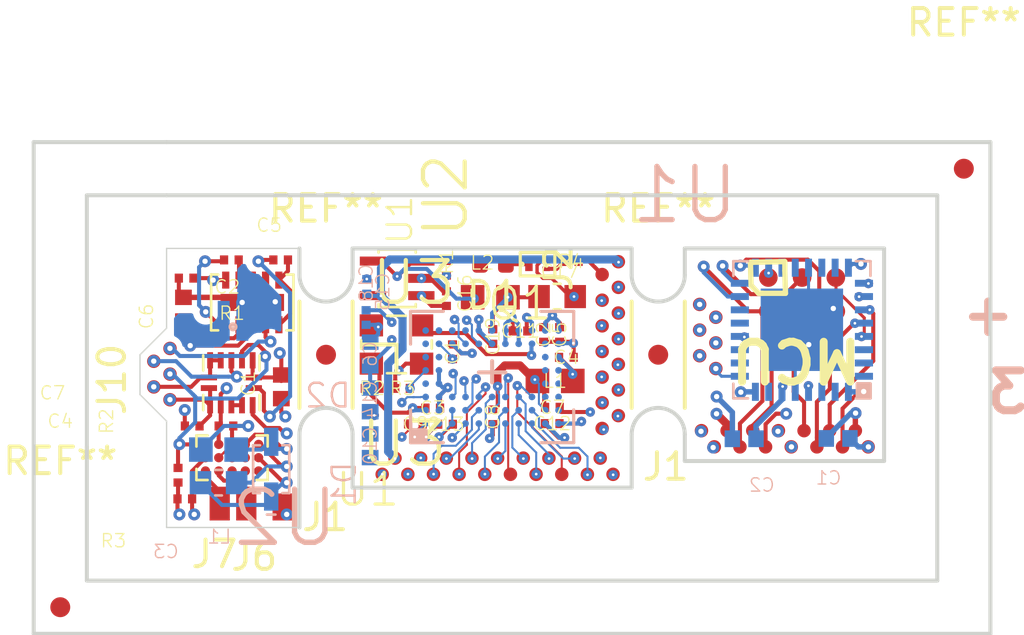
<source format=kicad_pcb>
(kicad_pcb (version 20171130) (host pcbnew "(5.1.0)-1")
  (layers (0 F.Cu signal) (1 In1.Cu power hide) (2 In2.Cu signal) (3 In3.Cu signal) (4 In4.Cu signal hide) (31 B.Cu signal) (34 B.Paste user) (35 F.Paste user) (36 B.SilkS user hide) (37 F.SilkS user) (38 B.Mask user) (39 F.Mask user) (44 Edge.Cuts user))
  (net 0 "")
  (net 1 GND)
  (net 2 "Net-(L2-Pad1)")
  (net 3 +5V)
  (net 4 /VDD_PIX)
  (net 5 +1V8)
  (net 6 +3V3)
  (net 7 "Net-(R3-Pad1)")
  (net 8 "Net-(U2-PadF1)")
  (net 9 "Net-(U2-PadG1)")
  (net 10 "Net-(U2-PadH1)")
  (net 11 "Net-(U2-PadH2)")
  (net 12 "Net-(U2-PadH3)")
  (net 13 "Net-(R2-Pad1)")
  (net 14 /CLK_PLL)
  (net 15 /VREF_BOTPLATE)
  (net 16 "Net-(U2-PadB11)")
  (net 17 "Net-(U2-PadC10)")
  (net 18 "Net-(U2-PadC11)")
  (net 19 "Net-(U2-PadD10)")
  (net 20 "Net-(U2-PadD11)")
  (net 21 "Net-(U2-PadE10)")
  (net 22 "Net-(U2-PadE11)")
  (net 23 "Net-(U2-PadF10)")
  (net 24 "Net-(U2-PadH4)")
  (net 25 "Net-(D1-Pad1)")
  (net 26 "Net-(Q1-Pad1)")
  (net 27 /SS_N)
  (net 28 /FV)
  (net 29 /DOUT7)
  (net 30 /CLK_OUT)
  (net 31 /DOUT2)
  (net 32 /SCK)
  (net 33 /LV)
  (net 34 /DOUT6)
  (net 35 /DOUT4)
  (net 36 /DOUT0)
  (net 37 /MONITOR0)
  (net 38 /TRIGGER0)
  (net 39 /RESET_N)
  (net 40 /DOUT9)
  (net 41 /DOUT8)
  (net 42 /DOUT5)
  (net 43 /DOUT3)
  (net 44 /DOUT1)
  (net 45 /MONITOR1)
  (net 46 /MONITOR2)
  (net 47 /MISO)
  (net 48 /MOSI)
  (net 49 /LOCK_DETECT)
  (net 50 "Net-(D1-Pad2)")
  (net 51 /LED)
  (net 52 /I2C_SDA)
  (net 53 /I2C_SCL)
  (net 54 "Net-(U1-Pad2)")
  (net 55 "Net-(U1-Pad7)")
  (net 56 "Net-(U1-Pad10)")
  (net 57 "Net-(U1-Pad11)")
  (net 58 "Net-(U1-Pad14)")
  (net 59 "Net-(U1-Pad19)")
  (net 60 "Net-(U1-Pad20)")
  (net 61 "Net-(U1-Pad22)")
  (net 62 "Net-(U1-Pad23)")
  (net 63 "Net-(U1-Pad30)")
  (net 64 "Net-(U1-Pad31)")
  (net 65 "Net-(U1-Pad32)")
  (net 66 /SCLK)
  (net 67 /SCL)
  (net 68 /SDA)
  (net 69 /ENT1)
  (net 70 /ENT2)
  (net 71 /RESET_N_ISP)
  (net 72 "Net-(J9-Pad1)")
  (net 73 "Net-(U2-Pad3)")
  (net 74 "Net-(U1-PadB3)")
  (net 75 "Net-(U1-PadB4)")
  (net 76 "Net-(U1-PadC3)")
  (net 77 "Net-(U1-PadC4)")
  (net 78 "Net-(U1-PadC5)")
  (net 79 "Net-(D1-PadA)")
  (net 80 "Net-(C3-Pad1)")
  (net 81 "Net-(R1-Pad1)")
  (net 82 /I_SET)
  (net 83 "Net-(C5-Pad1)")
  (net 84 /ENT)
  (net 85 "Net-(D2-PadA)")
  (net 86 "Net-(C6-Pad1)")
  (net 87 "Net-(C5-Pad2)")
  (net 88 /EWL1)
  (net 89 /EWL2)
  (module Fiducial:Fiducial_0.75mm_Dia_1.5mm_Outer (layer F.Cu) (at 99.2842 151.7842)
    (fp_text reference REF** (at 0 -5.5) (layer F.SilkS))
    (fp_text value Fiducial_0.75mm_Dia_1.5mm_Outer)
    (pad ~ smd circle (at 0 0) (size 0.75 0.75) (layers F.Cu F.Mask) (clearance 0.375))
  )
  (module Fiducial:Fiducial_0.75mm_Dia_1.5mm_Outer (layer F.Cu) (at 65.2842 168.2842)
    (fp_text reference REF** (at 0 -5.5) (layer F.SilkS))
    (fp_text value Fiducial_0.75mm_Dia_1.5mm_Outer)
    (pad ~ smd circle (at 0 0) (size 0.75 0.75) (layers F.Cu F.Mask) (clearance 0.375))
  )
  (module Fiducial:Fiducial_0.75mm_Dia_1.5mm_Outer (layer F.Cu) (at 87.7842 158.7842)
    (fp_text reference REF** (at 0 -5.5) (layer F.SilkS))
    (fp_text value Fiducial_0.75mm_Dia_1.5mm_Outer)
    (pad ~ smd circle (at 0 0) (size 0.75 0.75) (layers F.Cu F.Mask) (clearance 0.375))
  )
  (module Fiducial:Fiducial_0.75mm_Dia_1.5mm_Outer (layer F.Cu) (at 75.2842 158.7842)
    (fp_text reference REF** (at 0 -5.5) (layer F.SilkS))
    (fp_text value Fiducial_0.75mm_Dia_1.5mm_Outer)
    (pad ~ smd circle (at 0 0) (size 0.75 0.75) (layers F.Cu F.Mask) (clearance 0.375))
  )
  (module .Connector:Conn_1x1_700_Circular_Pad (layer F.Cu) (at 89.9526 159.3044)
    (fp_text reference J9 hide)
    (fp_text value Conn_01x01)
    (pad 1 smd circle (at 0 0) (size 0.508 0.508) (layers F.Cu F.Paste F.Mask) (net 72 "Net-(J9-Pad1)"))
  )
  (module .Connector:B2B_Flex_14_Dual_Row_38milx24mil_Pad_20mil (layer F.Cu) (at 89.4112 161.6412)
    (fp_text reference J1 hide)
    (fp_text value Conn_01x14)
    (pad 14 smd circle (at 6.273793 0.6096) (size 0.508 0.508) (layers F.Cu F.Paste F.Mask) (net 1 GND))
    (pad 13 smd circle (at 5.791194 0) (size 0.508 0.508) (layers F.Cu F.Paste F.Mask) (net 5 +1V8))
    (pad 12 smd circle (at 5.308594 0.6096) (size 0.508 0.508) (layers F.Cu F.Paste F.Mask) (net 27 /SS_N))
    (pad 11 smd circle (at 4.825995 0) (size 0.508 0.508) (layers F.Cu F.Paste F.Mask) (net 68 /SDA))
    (pad 10 smd circle (at 4.343395 0.6096) (size 0.508 0.508) (layers F.Cu F.Paste F.Mask) (net 67 /SCL))
    (pad 9 smd circle (at 3.860796 0) (size 0.508 0.508) (layers F.Cu F.Paste F.Mask) (net 66 /SCLK))
    (pad 8 smd circle (at 3.378196 0.6096) (size 0.508 0.508) (layers F.Cu F.Paste F.Mask) (net 39 /RESET_N))
    (pad 7 smd circle (at 2.895597 0) (size 0.508 0.508) (layers F.Cu F.Paste F.Mask) (net 38 /TRIGGER0))
    (pad 6 smd circle (at 2.412997 0.6096) (size 0.508 0.508) (layers F.Cu F.Paste F.Mask) (net 37 /MONITOR0))
    (pad 5 smd circle (at 1.930398 0) (size 0.508 0.508) (layers F.Cu F.Paste F.Mask) (net 47 /MISO))
    (pad 4 smd circle (at 1.447798 0.6096) (size 0.508 0.508) (layers F.Cu F.Paste F.Mask) (net 48 /MOSI))
    (pad 3 smd circle (at 0.965199 0) (size 0.508 0.508) (layers F.Cu F.Paste F.Mask) (net 6 +3V3))
    (pad 2 smd circle (at 0.482599 0.6096) (size 0.508 0.508) (layers F.Cu F.Paste F.Mask) (net 51 /LED))
    (pad 1 smd circle (at 0 0) (size 0.508 0.508) (layers F.Cu F.Paste F.Mask) (net 3 +5V))
  )
  (module .Capacitor:C_0402_1005Metric_L (layer B.Cu) (at 91.0194 161.946 180)
    (fp_text reference C1)
    (fp_text value GRM155R71A104JA01D)
    (fp_text user %R (at -3.175 -1.4732 180) (layer B.SilkS) (effects (font (size 0.5 0.5) (thickness 0.05)) (justify mirror)))
    (pad 1 smd rect (at -0.445 0 180) (size 0.58 0.63) (layers B.Cu B.Paste B.Mask) (net 5 +1V8))
    (pad 2 smd rect (at 0.445 0 180) (size 0.58 0.63) (layers B.Cu B.Paste B.Mask) (net 1 GND))
  )
  (module .Connector:B2B_Flex_05_Dual_Row_38milx24mil_Pad_20mil (layer F.Cu) (at 89.343 158.8218 90)
    (fp_text reference J8 hide)
    (fp_text value Conn_01x05)
    (pad 1 smd circle (at 0 0 90) (size 0.508 0.508) (layers F.Cu F.Paste F.Mask) (net 69 /ENT1))
    (pad 2 smd circle (at 0.482599 0.6096 90) (size 0.508 0.508) (layers F.Cu F.Paste F.Mask) (net 67 /SCL))
    (pad 3 smd circle (at 0.965199 0 90) (size 0.508 0.508) (layers F.Cu F.Paste F.Mask) (net 68 /SDA))
    (pad 4 smd circle (at 1.447798 0.6096 90) (size 0.508 0.508) (layers F.Cu F.Paste F.Mask) (net 1 GND))
    (pad 5 smd circle (at 1.930398 0 90) (size 0.508 0.508) (layers F.Cu F.Paste F.Mask) (net 6 +3V3))
  )
  (module .Connector:Conn_1x1_700_Circular_Pad (layer F.Cu) (at 94.4674 157.1496)
    (fp_text reference J7 hide)
    (fp_text value Conn_01x01)
    (pad 1 smd circle (at 0 0) (size 0.7 0.7) (layers F.Cu F.Paste F.Mask) (net 1 GND))
  )
  (module .Connector:Conn_1x1_700_Circular_Pad (layer F.Cu) (at 94.4674 155.8796)
    (fp_text reference J6 hide)
    (fp_text value Conn_01x01)
    (pad 1 smd circle (at 0 0) (size 0.7 0.7) (layers F.Cu F.Paste F.Mask) (net 71 /RESET_N_ISP))
  )
  (module .Connector:Conn_1x1_700_Circular_Pad (layer F.Cu) (at 93.1974 157.1496)
    (fp_text reference J5 hide)
    (fp_text value Conn_01x01)
    (pad 1 smd circle (at 0 0) (size 0.7 0.7) (layers F.Cu F.Paste F.Mask) (net 66 /SCLK))
  )
  (module .Connector:Conn_1x1_700_Circular_Pad (layer F.Cu) (at 93.1974 155.8796)
    (fp_text reference J4 hide)
    (fp_text value Conn_01x01)
    (pad 1 smd circle (at 0 0) (size 0.7 0.7) (layers F.Cu F.Paste F.Mask) (net 47 /MISO))
  )
  (module .Connector:Conn_1x1_700_Circular_Pad (layer F.Cu) (at 91.9274 157.1496)
    (fp_text reference J3 hide)
    (fp_text value Conn_01x01)
    (pad 1 smd circle (at 0 0) (size 0.7 0.7) (layers F.Cu F.Paste F.Mask) (net 48 /MOSI))
  )
  (module .Connector:Conn_1x1_700_Circular_Pad (layer F.Cu) (at 91.9274 155.8796)
    (fp_text reference J2 hide)
    (fp_text value Conn_01x01)
    (pad 1 smd circle (at 0 0) (size 0.7 0.7) (layers F.Cu F.Paste F.Mask) (net 5 +1V8))
  )
  (module .Capacitor:C_0402_1005Metric_L (layer B.Cu) (at 94.5546 161.9342)
    (fp_text reference C2)
    (fp_text value GRM155R60J475ME87D)
    (fp_text user %R (at -2.8702 1.7526) (layer B.SilkS) (effects (font (size 0.5 0.5) (thickness 0.05)) (justify mirror)))
    (pad 1 smd rect (at -0.445 0) (size 0.58 0.63) (layers B.Cu B.Paste B.Mask) (net 5 +1V8))
    (pad 2 smd rect (at 0.445 0) (size 0.58 0.63) (layers B.Cu B.Paste B.Mask) (net 1 GND))
  )
  (module .Package_QFN:QFN_33_P50_500X500X80L40X24T310L (layer B.Cu) (at 93.1906 157.8448 180)
    (fp_text reference U1)
    (fp_text value ATmega328-MU)
    (fp_text user %R (at 4.4064 5.0606 180) (layer B.SilkS) (effects (font (size 2 2) (thickness 0.2)) (justify mirror)))
    (pad 1 smd rect (at -1.75 -2.335 90) (size 0.68 0.26) (layers B.Cu B.Paste B.Mask) (net 27 /SS_N))
    (pad 2 smd rect (at -1.25 -2.335 90) (size 0.68 0.26) (layers B.Cu B.Paste B.Mask) (net 54 "Net-(U1-Pad2)"))
    (pad 3 smd rect (at -0.75 -2.335 90) (size 0.68 0.26) (layers B.Cu B.Paste B.Mask) (net 1 GND))
    (pad 4 smd rect (at -0.25 -2.335 90) (size 0.68 0.26) (layers B.Cu B.Paste B.Mask) (net 5 +1V8))
    (pad 5 smd rect (at 0.25 -2.335 90) (size 0.68 0.26) (layers B.Cu B.Paste B.Mask) (net 1 GND))
    (pad 6 smd rect (at 0.75 -2.335 90) (size 0.68 0.26) (layers B.Cu B.Paste B.Mask) (net 5 +1V8))
    (pad 7 smd rect (at 1.25 -2.335 90) (size 0.68 0.26) (layers B.Cu B.Paste B.Mask) (net 55 "Net-(U1-Pad7)"))
    (pad 8 smd rect (at 1.75 -2.335 90) (size 0.68 0.26) (layers B.Cu B.Paste B.Mask) (net 51 /LED))
    (pad 9 smd rect (at 2.335 -1.75 180) (size 0.68 0.26) (layers B.Cu B.Paste B.Mask) (net 72 "Net-(J9-Pad1)"))
    (pad 10 smd rect (at 2.335 -1.25 180) (size 0.68 0.26) (layers B.Cu B.Paste B.Mask) (net 56 "Net-(U1-Pad10)"))
    (pad 11 smd rect (at 2.335 -0.75 180) (size 0.68 0.26) (layers B.Cu B.Paste B.Mask) (net 57 "Net-(U1-Pad11)"))
    (pad 12 smd rect (at 2.335 -0.25 180) (size 0.68 0.26) (layers B.Cu B.Paste B.Mask) (net 69 /ENT1))
    (pad 13 smd rect (at 2.335 0.25 180) (size 0.68 0.26) (layers B.Cu B.Paste B.Mask) (net 70 /ENT2))
    (pad 14 smd rect (at 2.335 0.75 180) (size 0.68 0.26) (layers B.Cu B.Paste B.Mask) (net 58 "Net-(U1-Pad14)"))
    (pad 15 smd rect (at 2.335 1.25 180) (size 0.68 0.26) (layers B.Cu B.Paste B.Mask) (net 48 /MOSI))
    (pad 16 smd rect (at 2.335 1.75 180) (size 0.68 0.26) (layers B.Cu B.Paste B.Mask) (net 47 /MISO))
    (pad 17 smd rect (at 1.75 2.335 90) (size 0.68 0.26) (layers B.Cu B.Paste B.Mask) (net 66 /SCLK))
    (pad 18 smd rect (at 1.25 2.335 90) (size 0.68 0.26) (layers B.Cu B.Paste B.Mask) (net 5 +1V8))
    (pad 19 smd rect (at 0.75 2.335 90) (size 0.68 0.26) (layers B.Cu B.Paste B.Mask) (net 59 "Net-(U1-Pad19)"))
    (pad 20 smd rect (at 0.25 2.335 90) (size 0.68 0.26) (layers B.Cu B.Paste B.Mask) (net 60 "Net-(U1-Pad20)"))
    (pad 21 smd rect (at -0.25 2.335 90) (size 0.68 0.26) (layers B.Cu B.Paste B.Mask) (net 1 GND))
    (pad 22 smd rect (at -0.75 2.335 90) (size 0.68 0.26) (layers B.Cu B.Paste B.Mask) (net 61 "Net-(U1-Pad22)"))
    (pad 23 smd rect (at -1.25 2.335 90) (size 0.68 0.26) (layers B.Cu B.Paste B.Mask) (net 62 "Net-(U1-Pad23)"))
    (pad 24 smd rect (at -1.75 2.335 90) (size 0.68 0.26) (layers B.Cu B.Paste B.Mask) (net 37 /MONITOR0))
    (pad 25 smd rect (at -2.335 1.75 180) (size 0.68 0.26) (layers B.Cu B.Paste B.Mask) (net 38 /TRIGGER0))
    (pad 26 smd rect (at -2.335 1.25 180) (size 0.68 0.26) (layers B.Cu B.Paste B.Mask) (net 39 /RESET_N))
    (pad 27 smd rect (at -2.335 0.75 180) (size 0.68 0.26) (layers B.Cu B.Paste B.Mask) (net 68 /SDA))
    (pad 28 smd rect (at -2.335 0.25 180) (size 0.68 0.26) (layers B.Cu B.Paste B.Mask) (net 67 /SCL))
    (pad 29 smd rect (at -2.335 -0.25 180) (size 0.68 0.26) (layers B.Cu B.Paste B.Mask) (net 71 /RESET_N_ISP))
    (pad 30 smd rect (at -2.335 -0.75 180) (size 0.68 0.26) (layers B.Cu B.Paste B.Mask) (net 63 "Net-(U1-Pad30)"))
    (pad 31 smd rect (at -2.335 -1.25 180) (size 0.68 0.26) (layers B.Cu B.Paste B.Mask) (net 64 "Net-(U1-Pad31)"))
    (pad 32 smd rect (at -2.335 -1.75 180) (size 0.68 0.26) (layers B.Cu B.Paste B.Mask) (net 65 "Net-(U1-Pad32)"))
    (pad 33 smd rect (at 0 0 180) (size 3.1 3.1) (layers B.Cu B.Paste B.Mask) (net 1 GND))
  )
  (module .Package_BGA:BGA88CP50_8X11_493X613X75B25 (layer B.Cu) (at 81.5342 159.6226)
    (fp_text reference U2)
    (fp_text value NOIP1SN0480A)
    (fp_text user %R (at -7.8154 5.3046) (layer B.SilkS) (effects (font (size 2 2) (thickness 0.2)) (justify mirror)))
    (pad A1 smd circle (at -2.5 1.75) (size 0.25 0.25) (layers B.Cu B.Paste B.Mask) (net 4 /VDD_PIX))
    (pad A2 smd circle (at -2 1.75) (size 0.25 0.25) (layers B.Cu B.Paste B.Mask) (net 5 +1V8))
    (pad A3 smd circle (at -1.5 1.75) (size 0.25 0.25) (layers B.Cu B.Paste B.Mask) (net 1 GND))
    (pad A4 smd circle (at -1 1.75) (size 0.25 0.25) (layers B.Cu B.Paste B.Mask) (net 27 /SS_N))
    (pad A5 smd circle (at -0.5 1.75) (size 0.25 0.25) (layers B.Cu B.Paste B.Mask) (net 28 /FV))
    (pad A6 smd circle (at 0 1.75) (size 0.25 0.25) (layers B.Cu B.Paste B.Mask) (net 1 GND))
    (pad A7 smd circle (at 0.5 1.75) (size 0.25 0.25) (layers B.Cu B.Paste B.Mask) (net 29 /DOUT7))
    (pad A8 smd circle (at 1 1.75) (size 0.25 0.25) (layers B.Cu B.Paste B.Mask) (net 30 /CLK_OUT))
    (pad A9 smd circle (at 1.5 1.75) (size 0.25 0.25) (layers B.Cu B.Paste B.Mask) (net 31 /DOUT2))
    (pad A10 smd circle (at 2 1.75) (size 0.25 0.25) (layers B.Cu B.Paste B.Mask) (net 5 +1V8))
    (pad A11 smd circle (at 2.5 1.75) (size 0.25 0.25) (layers B.Cu B.Paste B.Mask) (net 1 GND))
    (pad B1 smd circle (at -2.5 1.25) (size 0.25 0.25) (layers B.Cu B.Paste B.Mask) (net 6 +3V3))
    (pad B2 smd circle (at -2 1.25) (size 0.25 0.25) (layers B.Cu B.Paste B.Mask) (net 1 GND))
    (pad B3 smd circle (at -1.5 1.25) (size 0.25 0.25) (layers B.Cu B.Paste B.Mask) (net 1 GND))
    (pad B4 smd circle (at -1 1.25) (size 0.25 0.25) (layers B.Cu B.Paste B.Mask) (net 32 /SCK))
    (pad B5 smd circle (at -0.5 1.25) (size 0.25 0.25) (layers B.Cu B.Paste B.Mask) (net 33 /LV))
    (pad B6 smd circle (at 0 1.25) (size 0.25 0.25) (layers B.Cu B.Paste B.Mask) (net 4 /VDD_PIX))
    (pad B7 smd circle (at 0.5 1.25) (size 0.25 0.25) (layers B.Cu B.Paste B.Mask) (net 34 /DOUT6))
    (pad B8 smd circle (at 1 1.25) (size 0.25 0.25) (layers B.Cu B.Paste B.Mask) (net 35 /DOUT4))
    (pad B9 smd circle (at 1.5 1.25) (size 0.25 0.25) (layers B.Cu B.Paste B.Mask) (net 36 /DOUT0))
    (pad B10 smd circle (at 2 1.25) (size 0.25 0.25) (layers B.Cu B.Paste B.Mask) (net 4 /VDD_PIX))
    (pad B11 smd circle (at 2.5 1.25) (size 0.25 0.25) (layers B.Cu B.Paste B.Mask) (net 16 "Net-(U2-PadB11)"))
    (pad C1 smd circle (at -2.5 0.75) (size 0.25 0.25) (layers B.Cu B.Paste B.Mask) (net 37 /MONITOR0))
    (pad C2 smd circle (at -2 0.75) (size 0.25 0.25) (layers B.Cu B.Paste B.Mask) (net 1 GND))
    (pad C3 smd circle (at -1.5 0.75) (size 0.25 0.25) (layers B.Cu B.Paste B.Mask) (net 38 /TRIGGER0))
    (pad C4 smd circle (at -1 0.75) (size 0.25 0.25) (layers B.Cu B.Paste B.Mask) (net 39 /RESET_N))
    (pad C5 smd circle (at -0.5 0.75) (size 0.25 0.25) (layers B.Cu B.Paste B.Mask) (net 40 /DOUT9))
    (pad C6 smd circle (at 0 0.75) (size 0.25 0.25) (layers B.Cu B.Paste B.Mask) (net 41 /DOUT8))
    (pad C7 smd circle (at 0.5 0.75) (size 0.25 0.25) (layers B.Cu B.Paste B.Mask) (net 42 /DOUT5))
    (pad C8 smd circle (at 1 0.75) (size 0.25 0.25) (layers B.Cu B.Paste B.Mask) (net 43 /DOUT3))
    (pad C9 smd circle (at 1.5 0.75) (size 0.25 0.25) (layers B.Cu B.Paste B.Mask) (net 44 /DOUT1))
    (pad C10 smd circle (at 2 0.75) (size 0.25 0.25) (layers B.Cu B.Paste B.Mask) (net 17 "Net-(U2-PadC10)"))
    (pad C11 smd circle (at 2.5 0.75) (size 0.25 0.25) (layers B.Cu B.Paste B.Mask) (net 18 "Net-(U2-PadC11)"))
    (pad D1 smd circle (at -2.5 0.25) (size 0.25 0.25) (layers B.Cu B.Paste B.Mask) (net 45 /MONITOR1))
    (pad D2 smd circle (at -2 0.25) (size 0.25 0.25) (layers B.Cu B.Paste B.Mask) (net 1 GND))
    (pad D10 smd circle (at 2 0.25) (size 0.25 0.25) (layers B.Cu B.Paste B.Mask) (net 19 "Net-(U2-PadD10)"))
    (pad D11 smd circle (at 2.5 0.25) (size 0.25 0.25) (layers B.Cu B.Paste B.Mask) (net 20 "Net-(U2-PadD11)"))
    (pad E1 smd circle (at -2.5 -0.25) (size 0.25 0.25) (layers B.Cu B.Paste B.Mask) (net 7 "Net-(R3-Pad1)"))
    (pad E2 smd circle (at -2 -0.25) (size 0.25 0.25) (layers B.Cu B.Paste B.Mask) (net 1 GND))
    (pad E10 smd circle (at 2 -0.25) (size 0.25 0.25) (layers B.Cu B.Paste B.Mask) (net 21 "Net-(U2-PadE10)"))
    (pad E11 smd circle (at 2.5 -0.25) (size 0.25 0.25) (layers B.Cu B.Paste B.Mask) (net 22 "Net-(U2-PadE11)"))
    (pad F1 smd circle (at -2.5 -0.75) (size 0.25 0.25) (layers B.Cu B.Paste B.Mask) (net 8 "Net-(U2-PadF1)"))
    (pad F2 smd circle (at -2 -0.75) (size 0.25 0.25) (layers B.Cu B.Paste B.Mask) (net 46 /MONITOR2))
    (pad F10 smd circle (at 2 -0.75) (size 0.25 0.25) (layers B.Cu B.Paste B.Mask) (net 23 "Net-(U2-PadF10)"))
    (pad F11 smd circle (at 2.5 -0.75) (size 0.25 0.25) (layers B.Cu B.Paste B.Mask) (net 6 +3V3))
    (pad G1 smd circle (at -2.5 -1.25) (size 0.25 0.25) (layers B.Cu B.Paste B.Mask) (net 9 "Net-(U2-PadG1)"))
    (pad G2 smd circle (at -2 -1.25) (size 0.25 0.25) (layers B.Cu B.Paste B.Mask) (net 1 GND))
    (pad G3 smd circle (at -1.5 -1.25) (size 0.25 0.25) (layers B.Cu B.Paste B.Mask) (net 6 +3V3))
    (pad G4 smd circle (at -1 -1.25) (size 0.25 0.25) (layers B.Cu B.Paste B.Mask) (net 47 /MISO))
    (pad G5 smd circle (at -0.5 -1.25) (size 0.25 0.25) (layers B.Cu B.Paste B.Mask) (net 48 /MOSI))
    (pad G6 smd circle (at 0 -1.25) (size 0.25 0.25) (layers B.Cu B.Paste B.Mask) (net 1 GND))
    (pad G7 smd circle (at 0.5 -1.25) (size 0.25 0.25) (layers B.Cu B.Paste B.Mask) (net 1 GND))
    (pad G8 smd circle (at 1 -1.25) (size 0.25 0.25) (layers B.Cu B.Paste B.Mask) (net 1 GND))
    (pad G9 smd circle (at 1.5 -1.25) (size 0.25 0.25) (layers B.Cu B.Paste B.Mask) (net 14 /CLK_PLL))
    (pad G10 smd circle (at 2 -1.25) (size 0.25 0.25) (layers B.Cu B.Paste B.Mask) (net 49 /LOCK_DETECT))
    (pad G11 smd circle (at 2.5 -1.25) (size 0.25 0.25) (layers B.Cu B.Paste B.Mask) (net 1 GND))
    (pad H1 smd circle (at -2.5 -1.75) (size 0.25 0.25) (layers B.Cu B.Paste B.Mask) (net 10 "Net-(U2-PadH1)"))
    (pad H2 smd circle (at -2 -1.75) (size 0.25 0.25) (layers B.Cu B.Paste B.Mask) (net 11 "Net-(U2-PadH2)"))
    (pad H3 smd circle (at -1.5 -1.75) (size 0.25 0.25) (layers B.Cu B.Paste B.Mask) (net 12 "Net-(U2-PadH3)"))
    (pad H4 smd circle (at -1 -1.75) (size 0.25 0.25) (layers B.Cu B.Paste B.Mask) (net 24 "Net-(U2-PadH4)"))
    (pad H5 smd circle (at -0.5 -1.75) (size 0.25 0.25) (layers B.Cu B.Paste B.Mask) (net 1 GND))
    (pad H6 smd circle (at 0 -1.75) (size 0.25 0.25) (layers B.Cu B.Paste B.Mask) (net 15 /VREF_BOTPLATE))
    (pad H7 smd circle (at 0.5 -1.75) (size 0.25 0.25) (layers B.Cu B.Paste B.Mask) (net 1 GND))
    (pad H8 smd circle (at 1 -1.75) (size 0.25 0.25) (layers B.Cu B.Paste B.Mask) (net 1 GND))
    (pad H9 smd circle (at 1.5 -1.75) (size 0.25 0.25) (layers B.Cu B.Paste B.Mask) (net 5 +1V8))
    (pad H10 smd circle (at 2 -1.75) (size 0.25 0.25) (layers B.Cu B.Paste B.Mask) (net 6 +3V3))
    (pad H11 smd circle (at 2.5 -1.75) (size 0.25 0.25) (layers B.Cu B.Paste B.Mask) (net 6 +3V3))
  )
  (module .Connector:B2B_Flex_14_Dual_Row_38milx24mil_Pad_20mil (layer F.Cu) (at 86.2842 155.2842 270)
    (fp_text reference J2 (at 0.25 2.25 270) (layer F.SilkS))
    (fp_text value Conn_01x14)
    (pad 14 smd circle (at 6.273793 0.6096 270) (size 0.508 0.508) (layers F.Cu F.Paste F.Mask) (net 1 GND))
    (pad 13 smd circle (at 5.791194 0 270) (size 0.508 0.508) (layers F.Cu F.Paste F.Mask) (net 5 +1V8))
    (pad 12 smd circle (at 5.308594 0.6096 270) (size 0.508 0.508) (layers F.Cu F.Paste F.Mask) (net 27 /SS_N))
    (pad 11 smd circle (at 4.825995 0 270) (size 0.508 0.508) (layers F.Cu F.Paste F.Mask) (net 52 /I2C_SDA))
    (pad 10 smd circle (at 4.343395 0.6096 270) (size 0.508 0.508) (layers F.Cu F.Paste F.Mask) (net 53 /I2C_SCL))
    (pad 9 smd circle (at 3.860796 0 270) (size 0.508 0.508) (layers F.Cu F.Paste F.Mask) (net 32 /SCK))
    (pad 8 smd circle (at 3.378196 0.6096 270) (size 0.508 0.508) (layers F.Cu F.Paste F.Mask) (net 39 /RESET_N))
    (pad 7 smd circle (at 2.895597 0 270) (size 0.508 0.508) (layers F.Cu F.Paste F.Mask) (net 38 /TRIGGER0))
    (pad 6 smd circle (at 2.412997 0.6096 270) (size 0.508 0.508) (layers F.Cu F.Paste F.Mask) (net 37 /MONITOR0))
    (pad 5 smd circle (at 1.930398 0 270) (size 0.508 0.508) (layers F.Cu F.Paste F.Mask) (net 47 /MISO))
    (pad 4 smd circle (at 1.447798 0.6096 270) (size 0.508 0.508) (layers F.Cu F.Paste F.Mask) (net 48 /MOSI))
    (pad 3 smd circle (at 0.965199 0 270) (size 0.508 0.508) (layers F.Cu F.Paste F.Mask) (net 6 +3V3))
    (pad 2 smd circle (at 0.482599 0.6096 270) (size 0.508 0.508) (layers F.Cu F.Paste F.Mask) (net 51 /LED))
    (pad 1 smd circle (at 0 0 270) (size 0.508 0.508) (layers F.Cu F.Paste F.Mask) (net 3 +5V))
  )
  (module .Resistor:R_0201_0603Metric_ERJ_L (layer F.Cu) (at 84.5138 155.2752)
    (fp_text reference R4)
    (fp_text value 1K)
    (fp_text user %R (at 0 0) (layer F.SilkS) (effects (font (size 0.5 0.5) (thickness 0.05))))
    (pad 2 smd rect (at 0.275 0) (size 0.31 0.34) (layers F.Cu F.Paste F.Mask) (net 51 /LED))
    (pad 1 smd rect (at -0.275 0) (size 0.31 0.34) (layers F.Cu F.Paste F.Mask) (net 26 "Net-(Q1-Pad1)"))
  )
  (module .Resistor:R_0201_0603Metric_ERJ_L (layer F.Cu) (at 78.1638 160.0504 180)
    (fp_text reference R3)
    (fp_text value 47.7K)
    (fp_text user %R (at 0 0 180) (layer F.SilkS) (effects (font (size 0.5 0.5) (thickness 0.05))))
    (pad 2 smd rect (at 0.275 0 180) (size 0.31 0.34) (layers F.Cu F.Paste F.Mask) (net 1 GND))
    (pad 1 smd rect (at -0.275 0 180) (size 0.31 0.34) (layers F.Cu F.Paste F.Mask) (net 7 "Net-(R3-Pad1)"))
  )
  (module .Resistor:R_0201_0603Metric_ERJ_L (layer F.Cu) (at 77.0208 160.0504 180)
    (fp_text reference R2)
    (fp_text value DNL)
    (fp_text user %R (at 0 0 180) (layer F.SilkS) (effects (font (size 0.5 0.5) (thickness 0.05))))
    (pad 2 smd rect (at 0.275 0 180) (size 0.31 0.34) (layers F.Cu F.Paste F.Mask) (net 6 +3V3))
    (pad 1 smd rect (at -0.275 0 180) (size 0.31 0.34) (layers F.Cu F.Paste F.Mask) (net 13 "Net-(R2-Pad1)"))
  )
  (module .Resistor:R_0201_0603Metric_ERJ_L (layer F.Cu) (at 79.8148 155.5292 270)
    (fp_text reference R1)
    (fp_text value 1.8K)
    (fp_text user %R (at -0.2428 0 270) (layer F.SilkS) (effects (font (size 0.5 0.5) (thickness 0.05))))
    (pad 2 smd rect (at 0.275 0 270) (size 0.31 0.34) (layers F.Cu F.Paste F.Mask) (net 6 +3V3))
    (pad 1 smd rect (at -0.275 0 270) (size 0.31 0.34) (layers F.Cu F.Paste F.Mask) (net 50 "Net-(D1-Pad2)"))
  )
  (module LED_SMD:LED_0402_1005Metric (layer F.Cu) (at 81.5674 155.3768 180)
    (fp_text reference D1 (at 0 -1.17 180) (layer F.SilkS))
    (fp_text value LED_Small_ALT)
    (pad 2 smd roundrect (at 0.485 0 180) (size 0.59 0.64) (layers F.Cu F.Paste F.Mask) (net 50 "Net-(D1-Pad2)"))
    (pad 1 smd roundrect (at -0.485 0 180) (size 0.59 0.64) (layers F.Cu F.Paste F.Mask) (net 25 "Net-(D1-Pad1)"))
  )
  (module .Transistor:TRXDFN3_101X61X53L25X15N (layer F.Cu) (at 83.2438 155.3768 180)
    (fp_text reference Q1 (at 0.675 -1.475 180) (layer F.SilkS) (effects (font (size 1.2 1.2) (thickness 0.12))))
    (fp_text value MMBT3904LP-7B)
    (pad 3 smd rect (at 0.325 0 180) (size 0.28 0.52) (layers F.Cu F.Paste F.Mask) (net 25 "Net-(D1-Pad1)"))
    (pad 2 smd rect (at -0.325 0.175 180) (size 0.28 0.17) (layers F.Cu F.Paste F.Mask) (net 1 GND))
    (pad 1 smd rect (at -0.325 -0.175 180) (size 0.28 0.17) (layers F.Cu F.Paste F.Mask) (net 26 "Net-(Q1-Pad1)"))
  )
  (module .Capacitor:C_0201_0603Metric_L (layer F.Cu) (at 81.5596 158.0986 270)
    (fp_text reference C19)
    (fp_text value GRM033R61A104ME15D)
    (fp_text user %R (at 0 0 270) (layer F.SilkS) (effects (font (size 0.5 0.5) (thickness 0.05))))
    (pad 2 smd rect (at 0.275 0 270) (size 0.31 0.34) (layers F.Cu F.Paste F.Mask) (net 1 GND))
    (pad 1 smd rect (at -0.275 0 270) (size 0.31 0.34) (layers F.Cu F.Paste F.Mask) (net 15 /VREF_BOTPLATE))
  )
  (module .Capacitor:C_0201_0603Metric_L (layer F.Cu) (at 79.7816 161.4006)
    (fp_text reference C13)
    (fp_text value GRM033R61A104ME15D)
    (fp_text user %R (at 0 0) (layer F.SilkS) (effects (font (size 0.5 0.5) (thickness 0.05))))
    (pad 2 smd rect (at 0.275 0) (size 0.31 0.34) (layers F.Cu F.Paste F.Mask) (net 1 GND))
    (pad 1 smd rect (at -0.275 0) (size 0.31 0.34) (layers F.Cu F.Paste F.Mask) (net 5 +1V8))
  )
  (module .Capacitor:C_0201_0603Metric_L (layer F.Cu) (at 83.4724 158.0224 270)
    (fp_text reference C2)
    (fp_text value GRM033R61A104ME15D)
    (fp_text user %R (at 0 0 270) (layer F.SilkS) (effects (font (size 0.5 0.5) (thickness 0.05))))
    (pad 1 smd rect (at -0.275 0 270) (size 0.31 0.34) (layers F.Cu F.Paste F.Mask) (net 6 +3V3))
    (pad 2 smd rect (at 0.275 0 270) (size 0.31 0.34) (layers F.Cu F.Paste F.Mask) (net 1 GND))
  )
  (module .Capacitor:C_0201_0603Metric_L (layer F.Cu) (at 79.299 160.791)
    (fp_text reference C3)
    (fp_text value GRM033R61A104ME15D)
    (fp_text user %R (at 0 0) (layer F.SilkS) (effects (font (size 0.5 0.5) (thickness 0.05))))
    (pad 2 smd rect (at 0.275 0) (size 0.31 0.34) (layers F.Cu F.Paste F.Mask) (net 1 GND))
    (pad 1 smd rect (at -0.275 0) (size 0.31 0.34) (layers F.Cu F.Paste F.Mask) (net 6 +3V3))
  )
  (module .Capacitor:C_0201_0603Metric_L (layer F.Cu) (at 84.3282 158.882)
    (fp_text reference C4)
    (fp_text value GRM033R61A104ME15D)
    (fp_text user %R (at 0 0) (layer F.SilkS) (effects (font (size 0.5 0.5) (thickness 0.05))))
    (pad 1 smd rect (at -0.275 0) (size 0.31 0.34) (layers F.Cu F.Paste F.Mask) (net 6 +3V3))
    (pad 2 smd rect (at 0.275 0) (size 0.31 0.34) (layers F.Cu F.Paste F.Mask) (net 1 GND))
  )
  (module .Capacitor:C_0201_0603Metric_L (layer F.Cu) (at 83.8026 160.7616)
    (fp_text reference C7)
    (fp_text value GRM033R61A104ME15D)
    (fp_text user %R (at 0 0) (layer F.SilkS) (effects (font (size 0.5 0.5) (thickness 0.05))))
    (pad 2 smd rect (at 0.275 0) (size 0.31 0.34) (layers F.Cu F.Paste F.Mask) (net 1 GND))
    (pad 1 smd rect (at -0.275 0) (size 0.31 0.34) (layers F.Cu F.Paste F.Mask) (net 4 /VDD_PIX))
  )
  (module .Capacitor:C_0201_0603Metric_L (layer F.Cu) (at 81.5596 161.1212 270)
    (fp_text reference C8)
    (fp_text value GRM033R61A104ME15D)
    (fp_text user %R (at 0 0 270) (layer F.SilkS) (effects (font (size 0.5 0.5) (thickness 0.05))))
    (pad 1 smd rect (at -0.275 0 270) (size 0.31 0.34) (layers F.Cu F.Paste F.Mask) (net 4 /VDD_PIX))
    (pad 2 smd rect (at 0.275 0 270) (size 0.31 0.34) (layers F.Cu F.Paste F.Mask) (net 1 GND))
  )
  (module .Capacitor:C_0201_0603Metric_L (layer F.Cu) (at 78.6464 161.3886 180)
    (fp_text reference C9)
    (fp_text value GRM033R61A104ME15D)
    (fp_text user %R (at 0 0 180) (layer F.SilkS) (effects (font (size 0.5 0.5) (thickness 0.05))))
    (pad 2 smd rect (at 0.275 0 180) (size 0.31 0.34) (layers F.Cu F.Paste F.Mask) (net 1 GND))
    (pad 1 smd rect (at -0.275 0 180) (size 0.31 0.34) (layers F.Cu F.Paste F.Mask) (net 4 /VDD_PIX))
  )
  (module .Capacitor:C_0201_0603Metric_L (layer F.Cu) (at 82.5834 157.8914 180)
    (fp_text reference C11)
    (fp_text value GRM033R61A104ME15D)
    (fp_text user %R (at 0 0 180) (layer F.SilkS) (effects (font (size 0.5 0.5) (thickness 0.05))))
    (pad 1 smd rect (at -0.275 0 180) (size 0.31 0.34) (layers F.Cu F.Paste F.Mask) (net 5 +1V8))
    (pad 2 smd rect (at 0.275 0 180) (size 0.31 0.34) (layers F.Cu F.Paste F.Mask) (net 1 GND))
  )
  (module .Capacitor:C_0201_0603Metric_L (layer F.Cu) (at 83.7948 161.3752)
    (fp_text reference C12)
    (fp_text value GRM033R61A104ME15D)
    (fp_text user %R (at 0 0) (layer F.SilkS) (effects (font (size 0.5 0.5) (thickness 0.05))))
    (pad 2 smd rect (at 0.275 0) (size 0.31 0.34) (layers F.Cu F.Paste F.Mask) (net 1 GND))
    (pad 1 smd rect (at -0.275 0) (size 0.31 0.34) (layers F.Cu F.Paste F.Mask) (net 5 +1V8))
  )
  (module .Capacitor:C_0201_0603Metric_L (layer F.Cu) (at 80.0434 158.6708 270)
    (fp_text reference C1)
    (fp_text value GRM033R61A104ME15D)
    (fp_text user %R (at 0 0 270) (layer F.SilkS) (effects (font (size 0.5 0.5) (thickness 0.05))))
    (pad 1 smd rect (at -0.275 0 270) (size 0.31 0.34) (layers F.Cu F.Paste F.Mask) (net 6 +3V3))
    (pad 2 smd rect (at 0.275 0 270) (size 0.31 0.34) (layers F.Cu F.Paste F.Mask) (net 1 GND))
  )
  (module .Capacitor:C_0201_0603Metric_L (layer F.Cu) (at 79.8148 156.6722 90)
    (fp_text reference C16)
    (fp_text value GRM033R61A104ME15D)
    (fp_text user %R (at 0.2 0.7 90) (layer F.SilkS) (effects (font (size 0.5 0.5) (thickness 0.05))))
    (pad 2 smd rect (at 0.275 0 90) (size 0.31 0.34) (layers F.Cu F.Paste F.Mask) (net 1 GND))
    (pad 1 smd rect (at -0.275 0 90) (size 0.31 0.34) (layers F.Cu F.Paste F.Mask) (net 5 +1V8))
  )
  (module .Capacitor:C_0201_0603Metric_L (layer B.Cu) (at 76.7922 157.3834 90)
    (fp_text reference C18)
    (fp_text value GRM033R61A104ME15D)
    (fp_text user %R (at 1.3 0 90) (layer B.SilkS) (effects (font (size 0.5 0.5) (thickness 0.05)) (justify mirror)))
    (pad 1 smd rect (at -0.275 0 90) (size 0.31 0.34) (layers B.Cu B.Paste B.Mask) (net 6 +3V3))
    (pad 2 smd rect (at 0.275 0 90) (size 0.31 0.34) (layers B.Cu B.Paste B.Mask) (net 1 GND))
  )
  (module .Capacitor:C_0201_0603Metric_L (layer B.Cu) (at 76.8176 156.215 90)
    (fp_text reference C15)
    (fp_text value GRM033R61A104ME15D)
    (fp_text user %R (at -0.2 0.6 90) (layer B.SilkS) (effects (font (size 0.5 0.5) (thickness 0.05)) (justify mirror)))
    (pad 2 smd rect (at 0.275 0 90) (size 0.31 0.34) (layers B.Cu B.Paste B.Mask) (net 1 GND))
    (pad 1 smd rect (at -0.275 0 90) (size 0.31 0.34) (layers B.Cu B.Paste B.Mask) (net 3 +5V))
  )
  (module .Capacitor:C_0201_0603Metric_L (layer F.Cu) (at 84.0742 158.0224 270)
    (fp_text reference C5)
    (fp_text value GRM033R61A104ME15D)
    (fp_text user %R (at 0 0 270) (layer F.SilkS) (effects (font (size 0.5 0.5) (thickness 0.05))))
    (pad 1 smd rect (at -0.275 0 270) (size 0.31 0.34) (layers F.Cu F.Paste F.Mask) (net 6 +3V3))
    (pad 2 smd rect (at 0.275 0 270) (size 0.31 0.34) (layers F.Cu F.Paste F.Mask) (net 1 GND))
  )
  (module .Capacitor:C_0402_1005Metric_L (layer B.Cu) (at 76.9446 162.2094 270)
    (fp_text reference C10)
    (fp_text value GRM155R60J106ME15D)
    (fp_text user %R (at 0 0 270) (layer B.SilkS) (effects (font (size 0.5 0.5) (thickness 0.05)) (justify mirror)))
    (pad 1 smd rect (at -0.445 0 270) (size 0.58 0.63) (layers B.Cu B.Paste B.Mask) (net 4 /VDD_PIX))
    (pad 2 smd rect (at 0.445 0 270) (size 0.58 0.63) (layers B.Cu B.Paste B.Mask) (net 1 GND))
  )
  (module .Capacitor:C_0402_1005Metric_L (layer B.Cu) (at 76.9446 158.755 270)
    (fp_text reference C6)
    (fp_text value GRM155R60J106ME15D)
    (fp_text user %R (at 0 0 270) (layer B.SilkS) (effects (font (size 0.5 0.5) (thickness 0.05)) (justify mirror)))
    (pad 2 smd rect (at 0.445 0 270) (size 0.58 0.63) (layers B.Cu B.Paste B.Mask) (net 1 GND))
    (pad 1 smd rect (at -0.445 0 270) (size 0.58 0.63) (layers B.Cu B.Paste B.Mask) (net 6 +3V3))
  )
  (module .Capacitor:C_0402_1005Metric_L (layer B.Cu) (at 76.9446 160.4822 90)
    (fp_text reference C14)
    (fp_text value GRM155R60J106ME15D)
    (fp_text user %R (at 0 0 90) (layer B.SilkS) (effects (font (size 0.5 0.5) (thickness 0.05)) (justify mirror)))
    (pad 1 smd rect (at -0.445 0 90) (size 0.58 0.63) (layers B.Cu B.Paste B.Mask) (net 5 +1V8))
    (pad 2 smd rect (at 0.445 0 90) (size 0.58 0.63) (layers B.Cu B.Paste B.Mask) (net 1 GND))
  )
  (module .Capacitor:C_0603_1608Metric_L (layer F.Cu) (at 83.9804 156.596)
    (fp_text reference C17)
    (fp_text value GRM188R61E475KE11D)
    (fp_text user %R (at 0.1 -0.95) (layer F.SilkS) (effects (font (size 0.5 0.5) (thickness 0.05))))
    (pad 1 smd rect (at -0.68 0) (size 0.81 0.87) (layers F.Cu F.Paste F.Mask) (net 15 /VREF_BOTPLATE))
    (pad 2 smd rect (at 0.68 0) (size 0.81 0.87) (layers F.Cu F.Paste F.Mask) (net 1 GND))
  )
  (module .Connector:B2B_Flex_20_Dual_Row_38milx24mil_Pad_20mil (layer F.Cu) (at 86.0842 163.2842 180)
    (fp_text reference J1 (at -1.9856 0.2874 180) (layer F.SilkS))
    (fp_text value Conn_01x20)
    (pad 1 smd circle (at 0 0 180) (size 0.508 0.508) (layers F.Cu F.Paste F.Mask) (net 1 GND))
    (pad 2 smd circle (at 0.482599 0.6096 180) (size 0.508 0.508) (layers F.Cu F.Paste F.Mask) (net 5 +1V8))
    (pad 3 smd circle (at 0.965199 0 180) (size 0.508 0.508) (layers F.Cu F.Paste F.Mask) (net 36 /DOUT0))
    (pad 4 smd circle (at 1.447798 0.6096 180) (size 0.508 0.508) (layers F.Cu F.Paste F.Mask) (net 31 /DOUT2))
    (pad 5 smd circle (at 1.930398 0 180) (size 0.508 0.508) (layers F.Cu F.Paste F.Mask) (net 44 /DOUT1))
    (pad 6 smd circle (at 2.412997 0.6096 180) (size 0.508 0.508) (layers F.Cu F.Paste F.Mask) (net 43 /DOUT3))
    (pad 7 smd circle (at 2.895597 0 180) (size 0.508 0.508) (layers F.Cu F.Paste F.Mask) (net 30 /CLK_OUT))
    (pad 8 smd circle (at 3.378196 0.6096 180) (size 0.508 0.508) (layers F.Cu F.Paste F.Mask) (net 35 /DOUT4))
    (pad 9 smd circle (at 3.860796 0 180) (size 0.508 0.508) (layers F.Cu F.Paste F.Mask) (net 42 /DOUT5))
    (pad 10 smd circle (at 4.343395 0.6096 180) (size 0.508 0.508) (layers F.Cu F.Paste F.Mask) (net 29 /DOUT7))
    (pad 11 smd circle (at 4.825995 0 180) (size 0.508 0.508) (layers F.Cu F.Paste F.Mask) (net 34 /DOUT6))
    (pad 12 smd circle (at 5.308594 0.6096 180) (size 0.508 0.508) (layers F.Cu F.Paste F.Mask) (net 41 /DOUT8))
    (pad 13 smd circle (at 5.791194 0 180) (size 0.508 0.508) (layers F.Cu F.Paste F.Mask) (net 40 /DOUT9))
    (pad 14 smd circle (at 6.273793 0.6096 180) (size 0.508 0.508) (layers F.Cu F.Paste F.Mask) (net 28 /FV))
    (pad 15 smd circle (at 6.756393 0 180) (size 0.508 0.508) (layers F.Cu F.Paste F.Mask) (net 33 /LV))
    (pad 16 smd circle (at 7.238992 0.6096 180) (size 0.508 0.508) (layers F.Cu F.Paste F.Mask) (net 52 /I2C_SDA))
    (pad 17 smd circle (at 7.721592 0 180) (size 0.508 0.508) (layers F.Cu F.Paste F.Mask) (net 53 /I2C_SCL))
    (pad 18 smd circle (at 8.204191 0.6096 180) (size 0.508 0.508) (layers F.Cu F.Paste F.Mask) (net 3 +5V))
    (pad 19 smd circle (at 8.686791 0 180) (size 0.508 0.508) (layers F.Cu F.Paste F.Mask) (net 6 +3V3))
    (pad 20 smd circle (at 9.16939 0.6096 180) (size 0.508 0.508) (layers F.Cu F.Paste F.Mask) (net 1 GND))
  )
  (module .Inductor:L_0603_1608Metric_L (layer F.Cu) (at 83.9042 159.771 180)
    (fp_text reference L1)
    (fp_text value BLM18PG471SN1D)
    (fp_text user %R (at 0 0 180) (layer F.SilkS) (effects (font (size 0.52 0.52) (thickness 0.05))))
    (pad 2 smd rect (at 0.665 0 180) (size 0.89 0.92) (layers F.Cu F.Paste F.Mask) (net 4 /VDD_PIX))
    (pad 1 smd rect (at -0.665 0 180) (size 0.89 0.92) (layers F.Cu F.Paste F.Mask) (net 6 +3V3))
  )
  (module .Inductor:L_0603_1608Metric_L (layer F.Cu) (at 81.4658 156.6214)
    (fp_text reference L2)
    (fp_text value BLM18PG471SN1D)
    (fp_text user %R (at -0.3 -1.3) (layer F.SilkS) (effects (font (size 0.52 0.52) (thickness 0.05))))
    (pad 1 smd rect (at -0.665 0) (size 0.89 0.92) (layers F.Cu F.Paste F.Mask) (net 2 "Net-(L2-Pad1)"))
    (pad 2 smd rect (at 0.665 0) (size 0.89 0.92) (layers F.Cu F.Paste F.Mask) (net 15 /VREF_BOTPLATE))
  )
  (module .Oscillator:OSC_CC250X200X80L70X75L (layer F.Cu) (at 77.9352 158.3994)
    (fp_text reference U3)
    (fp_text value SiT_2.5mmx2mm)
    (fp_text user %R (at 0.65 -2.325) (layer F.SilkS) (effects (font (size 1.57 1.57) (thickness 0.16))))
    (pad 1 smd rect (at -0.945 0.72 90) (size 0.83 0.88) (layers F.Cu F.Paste F.Mask) (net 13 "Net-(R2-Pad1)"))
    (pad 2 smd rect (at 0.945 0.72 90) (size 0.83 0.88) (layers F.Cu F.Paste F.Mask) (net 1 GND))
    (pad 3 smd rect (at 0.945 -0.72 90) (size 0.83 0.88) (layers F.Cu F.Paste F.Mask) (net 14 /CLK_PLL))
    (pad 4 smd rect (at -0.945 -0.72 90) (size 0.83 0.88) (layers F.Cu F.Paste F.Mask) (net 6 +3V3))
  )
  (module .Package_SOT:SOT_23-5P65_210X110L36X22L (layer F.Cu) (at 77.9606 155.9102 90)
    (fp_text reference U1)
    (fp_text value LMV321IDCKR)
    (fp_text user %R (at 2.2 0.1 90) (layer F.SilkS) (effects (font (size 0.92 0.92) (thickness 0.09))))
    (pad 1 smd rect (at -0.65 0.91 180) (size 0.99 0.34) (layers F.Cu F.Paste F.Mask) (net 5 +1V8))
    (pad 2 smd rect (at 0 0.91 180) (size 0.99 0.34) (layers F.Cu F.Paste F.Mask) (net 1 GND))
    (pad 3 smd rect (at 0.65 0.91 180) (size 0.99 0.34) (layers F.Cu F.Paste F.Mask) (net 2 "Net-(L2-Pad1)"))
    (pad 4 smd rect (at 0.65 -0.91 180) (size 0.99 0.34) (layers F.Cu F.Paste F.Mask) (net 2 "Net-(L2-Pad1)"))
    (pad 5 smd rect (at -0.65 -0.91 180) (size 0.99 0.34) (layers F.Cu F.Paste F.Mask) (net 3 +5V))
  )
  (module .Connector:Conn_1x1_250x750_Pad (layer F.Cu) (at 73.652989 164.5124)
    (fp_text reference J1 (at 1.6002 0.381) (layer F.SilkS))
    (fp_text value Conn_01x01)
    (pad 1 smd rect (at 0 0) (size 0.762 1.016) (layers F.Cu F.Paste F.Mask) (net 1 GND))
  )
  (module .Capacitor:C_0201_0603Metric_L (layer F.Cu) (at 70.249389 161.4644 180)
    (fp_text reference C7)
    (fp_text value GRM033R61A104ME15D)
    (fp_text user %R (at 5.2578 1.2446 180) (layer F.SilkS) (effects (font (size 0.5 0.5) (thickness 0.05))))
    (pad 1 smd rect (at -0.275 0 180) (size 0.31 0.34) (layers F.Cu F.Paste F.Mask) (net 6 +3V3))
    (pad 2 smd rect (at 0.275 0 180) (size 0.31 0.34) (layers F.Cu F.Paste F.Mask) (net 1 GND))
  )
  (module .Resistor:R_0201_0603Metric_ERJ_L (layer F.Cu) (at 69.715989 163.3186 270)
    (fp_text reference R2)
    (fp_text value ERJ-1GEF1022C)
    (fp_text user %R (at -2.032 2.6924 270) (layer F.SilkS) (effects (font (size 0.5 0.5) (thickness 0.05))))
    (pad 1 smd rect (at -0.275 0 270) (size 0.31 0.34) (layers F.Cu F.Paste F.Mask) (net 68 /SDA))
    (pad 2 smd rect (at 0.275 0 270) (size 0.31 0.34) (layers F.Cu F.Paste F.Mask) (net 6 +3V3))
  )
  (module .Resistor:R_0201_0603Metric_ERJ_L (layer F.Cu) (at 69.969989 164.2076 180)
    (fp_text reference R3)
    (fp_text value ERJ-1GEF1022C)
    (fp_text user %R (at 2.6858 -1.5766 180) (layer F.SilkS) (effects (font (size 0.5 0.5) (thickness 0.05))))
    (pad 2 smd rect (at 0.275 0 180) (size 0.31 0.34) (layers F.Cu F.Paste F.Mask) (net 6 +3V3))
    (pad 1 smd rect (at -0.275 0 180) (size 0.31 0.34) (layers F.Cu F.Paste F.Mask) (net 67 /SCL))
  )
  (module .Connector:B2B_Flex_05_Dual_Row_38milx24mil_Pad_20mil (layer F.Cu) (at 69.413475 158.547496 270)
    (fp_text reference J10 (at 1.164304 2.186686 270) (layer F.SilkS))
    (fp_text value Conn_01x05)
    (pad 1 smd circle (at 0 0 270) (size 0.508 0.508) (layers F.Cu F.Paste F.Mask) (net 84 /ENT))
    (pad 2 smd circle (at 0.482599 0.6096 270) (size 0.508 0.508) (layers F.Cu F.Paste F.Mask) (net 67 /SCL))
    (pad 3 smd circle (at 0.965199 0 270) (size 0.508 0.508) (layers F.Cu F.Paste F.Mask) (net 68 /SDA))
    (pad 4 smd circle (at 1.447798 0.6096 270) (size 0.508 0.508) (layers F.Cu F.Paste F.Mask) (net 1 GND))
    (pad 5 smd circle (at 1.930398 0 270) (size 0.508 0.508) (layers F.Cu F.Paste F.Mask) (net 6 +3V3))
  )
  (module .Capacitor:C_0603_1608Metric_L (layer B.Cu) (at 71.239989 163.598)
    (fp_text reference C3)
    (fp_text value "100nF 100V 0603")
    (fp_text user %R (at -1.9812 2.5908) (layer B.SilkS) (effects (font (size 0.5 0.5) (thickness 0.05)) (justify mirror)))
    (pad 1 smd rect (at -0.680001 0) (size 0.81 0.87) (layers B.Cu B.Paste B.Mask) (net 80 "Net-(C3-Pad1)"))
    (pad 2 smd rect (at 0.680001 0) (size 0.81 0.87) (layers B.Cu B.Paste B.Mask) (net 1 GND))
  )
  (module .Diode:SOD_323_250X125X110L30X32L (layer B.Cu) (at 73.221189 163.09 90)
    (fp_text reference D1)
    (fp_text value BAS316)
    (fp_text user %R (at -0.5588 2.7432 90) (layer B.SilkS) (effects (font (size 0.87 0.87) (thickness 0.09)) (justify mirror)))
    (pad C smd rect (at -1.03 0 90) (size 1.06 0.54) (layers B.Cu B.Paste B.Mask) (net 80 "Net-(C3-Pad1)"))
    (pad A smd rect (at 1.03 0 90) (size 1.06 0.54) (layers B.Cu B.Paste B.Mask) (net 79 "Net-(D1-PadA)"))
  )
  (module .LED:LED_LXZ1_PR01_L (layer B.Cu) (at 71.784189 157.5092)
    (fp_text reference D2)
    (fp_text value LXZ1-PR01)
    (fp_text user %R (at 3.5706 2.8122) (layer B.SilkS) (effects (font (size 0.89 0.89) (thickness 0.09)) (justify mirror)))
    (pad A smd rect (at -0.35 0) (size 0.45 1.5) (layers B.Cu B.Paste B.Mask) (net 85 "Net-(D2-PadA)"))
    (pad C smd rect (at 0.35 0) (size 0.45 1.5) (layers B.Cu B.Paste B.Mask) (net 1 GND))
  )
  (module .Capacitor:C_0201_0603Metric_L (layer F.Cu) (at 70.020789 155.9018 180)
    (fp_text reference C2)
    (fp_text value GRM033R61A225ME47D)
    (fp_text user %R (at -1.5494 -0.3302 180) (layer F.SilkS) (effects (font (size 0.5 0.5) (thickness 0.05))))
    (pad 2 smd rect (at 0.275 0 180) (size 0.31 0.34) (layers F.Cu F.Paste F.Mask) (net 1 GND))
    (pad 1 smd rect (at -0.275 0 180) (size 0.31 0.34) (layers F.Cu F.Paste F.Mask) (net 6 +3V3))
  )
  (module .Capacitor:C_0201_0603Metric_L (layer F.Cu) (at 71.519389 161.4644 180)
    (fp_text reference C4)
    (fp_text value GRM033R61A104ME15D)
    (fp_text user %R (at 6.2352 0.1802 180) (layer F.SilkS) (effects (font (size 0.5 0.5) (thickness 0.05))))
    (pad 1 smd rect (at -0.275 0 180) (size 0.31 0.34) (layers F.Cu F.Paste F.Mask) (net 6 +3V3))
    (pad 2 smd rect (at 0.275 0 180) (size 0.31 0.34) (layers F.Cu F.Paste F.Mask) (net 1 GND))
  )
  (module .Capacitor:C_0201_0603Metric_L (layer F.Cu) (at 71.722589 155.216 180)
    (fp_text reference C5)
    (fp_text value GRM033R61A225ME47D)
    (fp_text user %R (at -1.4224 1.3081 180) (layer F.SilkS) (effects (font (size 0.5 0.5) (thickness 0.05))))
    (pad 2 smd rect (at 0.275 0 180) (size 0.31 0.34) (layers F.Cu F.Paste F.Mask) (net 87 "Net-(C5-Pad2)"))
    (pad 1 smd rect (at -0.275 0 180) (size 0.31 0.34) (layers F.Cu F.Paste F.Mask) (net 83 "Net-(C5-Pad1)"))
  )
  (module .Capacitor:C_0402_1005Metric_L (layer F.Cu) (at 69.919189 157.0702 90)
    (fp_text reference C6)
    (fp_text value GRM155R60J475ME87D)
    (fp_text user %R (at -0.271901 -1.393201 90) (layer F.SilkS) (effects (font (size 0.5 0.5) (thickness 0.05))))
    (pad 2 smd rect (at 0.445 0 90) (size 0.58 0.63) (layers F.Cu F.Paste F.Mask) (net 1 GND))
    (pad 1 smd rect (at -0.445 0 90) (size 0.58 0.63) (layers F.Cu F.Paste F.Mask) (net 86 "Net-(C6-Pad1)"))
  )
  (module .Capacitor:C_0402_1005Metric_L (layer F.Cu) (at 73.602189 159.9912 90)
    (fp_text reference C1)
    (fp_text value GRM155R60J475ME87D)
    (fp_text user %R (at 0.127 -1.2446 90) (layer F.SilkS) (effects (font (size 0.5 0.5) (thickness 0.05))))
    (pad 1 smd rect (at -0.445 0 90) (size 0.58 0.63) (layers F.Cu F.Paste F.Mask) (net 6 +3V3))
    (pad 2 smd rect (at 0.445 0 90) (size 0.58 0.63) (layers F.Cu F.Paste F.Mask) (net 1 GND))
  )
  (module .Connector:Conn_1x1_250x750_Pad (layer F.Cu) (at 71.284189 164.3854)
    (fp_text reference J7 (at -0.2 1.9) (layer F.SilkS))
    (fp_text value Conn_01x01)
    (pad 1 smd rect (at 0 0) (size 0.762 1.27) (layers F.Cu F.Paste F.Mask) (net 89 /EWL2))
  )
  (module .Connector:Conn_1x1_250x750_Pad (layer F.Cu) (at 72.284189 164.3854)
    (fp_text reference J6 (at 0.3 2) (layer F.SilkS))
    (fp_text value Conn_01x01)
    (pad 1 smd rect (at 0 0) (size 0.762 1.27) (layers F.Cu F.Paste F.Mask) (net 88 /EWL1))
  )
  (module .Resistor:R_0201_0603Metric_ERJ_L (layer F.Cu) (at 73.576789 155.216)
    (fp_text reference R1)
    (fp_text value ERJ-1GEF1022C)
    (fp_text user %R (at -1.8288 2.0066) (layer F.SilkS) (effects (font (size 0.5 0.5) (thickness 0.05))))
    (pad 1 smd rect (at -0.275 0) (size 0.31 0.34) (layers F.Cu F.Paste F.Mask) (net 81 "Net-(R1-Pad1)"))
    (pad 2 smd rect (at 0.275 0) (size 0.31 0.34) (layers F.Cu F.Paste F.Mask) (net 82 /I_SET))
  )
  (module .Inductor:L_0603_1608Metric_L (layer B.Cu) (at 71.239989 162.3534)
    (fp_text reference L1)
    (fp_text value LQM18PN3R3MGHD)
    (fp_text user %R (at 0.0254 3.2766) (layer B.SilkS) (effects (font (size 0.52 0.52) (thickness 0.05)) (justify mirror)))
    (pad 1 smd rect (at -0.665 0) (size 0.89 0.92) (layers B.Cu B.Paste B.Mask) (net 6 +3V3))
    (pad 2 smd rect (at 0.665 0) (size 0.89 0.92) (layers B.Cu B.Paste B.Mask) (net 79 "Net-(D1-PadA)"))
  )
  (module .Package_BGA:BGA_15_NP50_3X5_155X255X69B31N (layer F.Cu) (at 71.747989 162.6582)
    (fp_text reference U1)
    (fp_text value MAX14574EWL+)
    (fp_text user %R (at 5.1 1.2) (layer F.SilkS) (effects (font (size 1.19 1.19) (thickness 0.12))))
    (pad C5 smd circle (at 1 0.5) (size 0.35 0.35) (layers F.Cu F.Paste F.Mask) (net 78 "Net-(U1-PadC5)"))
    (pad C4 smd circle (at 0.5 0.5) (size 0.35 0.35) (layers F.Cu F.Paste F.Mask) (net 77 "Net-(U1-PadC4)"))
    (pad C3 smd circle (at 0 0.5) (size 0.35 0.35) (layers F.Cu F.Paste F.Mask) (net 76 "Net-(U1-PadC3)"))
    (pad C2 smd circle (at -0.5 0.5) (size 0.35 0.35) (layers F.Cu F.Paste F.Mask) (net 88 /EWL1))
    (pad C1 smd circle (at -1 0.5) (size 0.35 0.35) (layers F.Cu F.Paste F.Mask) (net 89 /EWL2))
    (pad B5 smd circle (at 1 0) (size 0.35 0.35) (layers F.Cu F.Paste F.Mask) (net 80 "Net-(C3-Pad1)"))
    (pad B4 smd circle (at 0.5 0) (size 0.35 0.35) (layers F.Cu F.Paste F.Mask) (net 75 "Net-(U1-PadB4)"))
    (pad B3 smd circle (at 0 0) (size 0.35 0.35) (layers F.Cu F.Paste F.Mask) (net 74 "Net-(U1-PadB3)"))
    (pad B2 smd circle (at -0.5 0) (size 0.35 0.35) (layers F.Cu F.Paste F.Mask) (net 6 +3V3))
    (pad B1 smd circle (at -1 0) (size 0.35 0.35) (layers F.Cu F.Paste F.Mask) (net 67 /SCL))
    (pad A5 smd circle (at 1 -0.5) (size 0.35 0.35) (layers F.Cu F.Paste F.Mask) (net 1 GND))
    (pad A4 smd circle (at 0.5 -0.5) (size 0.35 0.35) (layers F.Cu F.Paste F.Mask) (net 79 "Net-(D1-PadA)"))
    (pad A3 smd circle (at 0 -0.5) (size 0.35 0.35) (layers F.Cu F.Paste F.Mask) (net 6 +3V3))
    (pad A2 smd circle (at -0.5 -0.5) (size 0.35 0.35) (layers F.Cu F.Paste F.Mask) (net 1 GND))
    (pad A1 smd circle (at -1 -0.5) (size 0.35 0.35) (layers F.Cu F.Paste F.Mask) (net 68 /SDA))
  )
  (module .Package_QFN:QFN_14_P40_200X200X40L40X20L (layer F.Cu) (at 71.722589 159.8388)
    (fp_text reference U2)
    (fp_text value TPL0102-100RUCR)
    (fp_text user %R (at 8.061611 -7.0546 90) (layer F.SilkS) (effects (font (size 1.57 1.57) (thickness 0.16))))
    (pad 14 smd rect (at -0.845 0.2) (size 0.61 0.22) (layers F.Cu F.Paste F.Mask) (net 6 +3V3))
    (pad 13 smd rect (at -0.845 -0.2) (size 0.61 0.22) (layers F.Cu F.Paste F.Mask) (net 1 GND))
    (pad 12 smd rect (at -0.8 -0.845 90) (size 0.61 0.22) (layers F.Cu F.Paste F.Mask) (net 1 GND))
    (pad 11 smd rect (at -0.4 -0.845 90) (size 0.61 0.22) (layers F.Cu F.Paste F.Mask) (net 1 GND))
    (pad 10 smd rect (at 0 -0.845 90) (size 0.61 0.22) (layers F.Cu F.Paste F.Mask) (net 67 /SCL))
    (pad 9 smd rect (at 0.4 -0.845 90) (size 0.61 0.22) (layers F.Cu F.Paste F.Mask) (net 68 /SDA))
    (pad 8 smd rect (at 0.8 -0.845 90) (size 0.61 0.22) (layers F.Cu F.Paste F.Mask) (net 1 GND))
    (pad 7 smd rect (at 0.845 -0.2) (size 0.61 0.22) (layers F.Cu F.Paste F.Mask) (net 1 GND))
    (pad 6 smd rect (at 0.845 0.2) (size 0.61 0.22) (layers F.Cu F.Paste F.Mask) (net 81 "Net-(R1-Pad1)"))
    (pad 5 smd rect (at 0.8 0.845 90) (size 0.61 0.22) (layers F.Cu F.Paste F.Mask) (net 1 GND))
    (pad 4 smd rect (at 0.4 0.845 90) (size 0.61 0.22) (layers F.Cu F.Paste F.Mask) (net 73 "Net-(U2-Pad3)"))
    (pad 3 smd rect (at 0 0.845 90) (size 0.61 0.22) (layers F.Cu F.Paste F.Mask) (net 73 "Net-(U2-Pad3)"))
    (pad 2 smd rect (at -0.4 0.845 90) (size 0.61 0.22) (layers F.Cu F.Paste F.Mask) (net 1 GND))
    (pad 1 smd rect (at -0.8 0.845 90) (size 0.61 0.22) (layers F.Cu F.Paste F.Mask) (net 6 +3V3))
  )
  (module .Package_SON:SON_11_P50_300X200X80L40X25T239X64L (layer F.Cu) (at 72.509989 156.8162)
    (fp_text reference U3)
    (fp_text value LTC3218)
    (fp_text user %R (at 5.706973 5.322352) (layer F.SilkS) (effects (font (size 1.62 1.62) (thickness 0.16))))
    (pad 11 smd rect (at 0 0 90) (size 0.64 2.39) (layers F.Cu F.Paste F.Mask) (net 1 GND))
    (pad 10 smd rect (at -1 -0.84 90) (size 0.64 0.27) (layers F.Cu F.Paste F.Mask) (net 6 +3V3))
    (pad 9 smd rect (at -0.5 -0.84 90) (size 0.64 0.27) (layers F.Cu F.Paste F.Mask) (net 83 "Net-(C5-Pad1)"))
    (pad 8 smd rect (at 0 -0.84 90) (size 0.64 0.27) (layers F.Cu F.Paste F.Mask) (net 1 GND))
    (pad 7 smd rect (at 0.5 -0.84 90) (size 0.64 0.27) (layers F.Cu F.Paste F.Mask) (net 1 GND))
    (pad 6 smd rect (at 1 -0.84 90) (size 0.64 0.27) (layers F.Cu F.Paste F.Mask) (net 82 /I_SET))
    (pad 5 smd rect (at 1 0.84 90) (size 0.64 0.27) (layers F.Cu F.Paste F.Mask) (net 82 /I_SET))
    (pad 4 smd rect (at 0.5 0.84 90) (size 0.64 0.27) (layers F.Cu F.Paste F.Mask) (net 84 /ENT))
    (pad 3 smd rect (at 0 0.84 90) (size 0.64 0.27) (layers F.Cu F.Paste F.Mask) (net 85 "Net-(D2-PadA)"))
    (pad 2 smd rect (at -0.5 0.84 90) (size 0.64 0.27) (layers F.Cu F.Paste F.Mask) (net 86 "Net-(C6-Pad1)"))
    (pad 1 smd rect (at -1 0.84 90) (size 0.64 0.27) (layers F.Cu F.Paste F.Mask) (net 87 "Net-(C5-Pad2)"))
  )
  (gr_line (start 64.2842 150.7842) (end 69.2842 150.7842) (layer Edge.Cuts) (width 0.15))
  (gr_line (start 64.2842 169.2842) (end 64.2842 150.7842) (layer Edge.Cuts) (width 0.15))
  (gr_line (start 100.2842 169.2842) (end 64.2842 169.2842) (layer Edge.Cuts) (width 0.15))
  (gr_line (start 100.2842 150.7842) (end 100.2842 169.2842) (layer Edge.Cuts) (width 0.15))
  (gr_line (start 69.2842 150.7842) (end 100.2842 150.7842) (layer Edge.Cuts) (width 0.15))
  (gr_line (start 66.2842 152.7842) (end 69.2842 152.7842) (layer Edge.Cuts) (width 0.15))
  (gr_line (start 66.2842 167.2842) (end 66.2842 152.7842) (layer Edge.Cuts) (width 0.15))
  (gr_line (start 98.2842 167.2842) (end 66.2842 167.2842) (layer Edge.Cuts) (width 0.15))
  (gr_line (start 98.2842 152.7842) (end 98.2842 167.2842) (layer Edge.Cuts) (width 0.15))
  (gr_line (start 69.2842 152.7842) (end 98.2842 152.7842) (layer Edge.Cuts) (width 0.15))
  (gr_line (start 76.2842 156.7842) (end 76.2842 160.7842) (layer F.SilkS) (width 0.15))
  (gr_line (start 74.2842 156.7842) (end 74.2842 160.7842) (layer F.SilkS) (width 0.15))
  (gr_line (start 74.2842 161.7842) (end 74.284189 165.2842) (layer Edge.Cuts) (width 0.15))
  (gr_line (start 74.284189 154.7842) (end 74.2842 155.7842) (layer Edge.Cuts) (width 0.15))
  (gr_line (start 76.2842 154.7842) (end 76.2842 155.7842) (layer Edge.Cuts) (width 0.15))
  (gr_line (start 76.2842 161.7842) (end 76.2842 163.7842) (layer Edge.Cuts) (width 0.15))
  (gr_arc (start 75.2842 161.7842) (end 76.2842 161.7842) (angle -180) (layer Edge.Cuts) (width 0.15))
  (gr_arc (start 75.2842 155.7842) (end 74.2842 155.7842) (angle -180) (layer Edge.Cuts) (width 0.15))
  (gr_line (start 86.7842 156.7842) (end 86.7842 160.7842) (layer F.SilkS) (width 0.15))
  (gr_line (start 88.7842 156.7842) (end 88.7842 160.7842) (layer F.SilkS) (width 0.15))
  (gr_line (start 86.7842 161.7842) (end 86.7842 163.7842) (layer Edge.Cuts) (width 0.15))
  (gr_line (start 86.7842 154.7842) (end 86.7842 155.7842) (layer Edge.Cuts) (width 0.15))
  (gr_line (start 88.7842 154.7842) (end 88.7842 155.7842) (layer Edge.Cuts) (width 0.15))
  (gr_line (start 88.7842 162.7842) (end 88.7842 161.7842) (layer Edge.Cuts) (width 0.15))
  (gr_arc (start 87.7842 161.7842) (end 88.7842 161.7842) (angle -180) (layer Edge.Cuts) (width 0.15))
  (gr_arc (start 87.7842 155.7842) (end 86.7842 155.7842) (angle -180) (layer Edge.Cuts) (width 0.15))
  (gr_poly (pts (xy 95.2612 160.3712) (xy 95.7692 160.3712) (xy 95.7692 159.8632) (xy 95.2612 159.8632)) (layer B.SilkS) (width 0.1))
  (gr_text MCU (at 92.9752 158.9742 180) (layer F.SilkS) (effects (font (size 1.5 1.5) (thickness 0.3))))
  (gr_line (start 91.5574 156.4732) (end 91.7098 156.4732) (layer F.SilkS) (width 0.2))
  (gr_line (start 91.278 156.1684) (end 91.5574 156.4732) (layer F.SilkS) (width 0.2))
  (gr_line (start 91.2526 155.3048) (end 91.278 156.1684) (layer F.SilkS) (width 0.2))
  (gr_line (start 91.3542 155.3048) (end 91.2526 155.3048) (layer F.SilkS) (width 0.2))
  (gr_line (start 92.548 155.2794) (end 91.3542 155.3048) (layer F.SilkS) (width 0.2))
  (gr_line (start 92.548 155.3556) (end 92.548 155.2794) (layer F.SilkS) (width 0.2))
  (gr_line (start 92.548 155.6096) (end 92.548 155.3556) (layer F.SilkS) (width 0.2))
  (gr_line (start 92.5734 156.4732) (end 92.548 155.635) (layer F.SilkS) (width 0.2))
  (gr_line (start 92.5226 156.4732) (end 92.5734 156.4732) (layer F.SilkS) (width 0.2))
  (gr_line (start 92.4718 156.4732) (end 92.5226 156.4732) (layer F.SilkS) (width 0.2))
  (gr_line (start 91.6336 156.4732) (end 92.4718 156.4732) (layer F.SilkS) (width 0.2))
  (gr_line (start 96.2842 162.7842) (end 88.7842 162.7842) (layer Edge.Cuts) (width 0.15))
  (gr_line (start 96.2842 154.7842) (end 96.2842 162.7842) (layer Edge.Cuts) (width 0.15))
  (gr_line (start 88.7842 154.7842) (end 96.2842 154.7842) (layer Edge.Cuts) (width 0.15))
  (gr_line (start 86.7842 154.7842) (end 76.2842 154.7842) (layer Edge.Cuts) (width 0.15))
  (gr_line (start 76.2842 163.7842) (end 86.7842 163.7842) (layer Edge.Cuts) (width 0.15))
  (gr_line (start 69.284189 163.2842) (end 69.284189 165.2842) (layer Edge.Cuts) (width 0.0508))
  (gr_text P3 (at 101.671805 160.1944) (layer B.SilkS) (effects (font (size 1.5 1.5) (thickness 0.3)) (justify mirror)))
  (gr_text - (at 103.424405 157.1718) (layer B.SilkS) (effects (font (size 1.5 1.5) (thickness 0.3)) (justify mirror)))
  (gr_text + (at 100.198605 157.248) (layer B.SilkS) (effects (font (size 1.5 1.5) (thickness 0.3)) (justify mirror)))
  (gr_line (start 69.284189 161.2842) (end 69.284189 163.2842) (layer Edge.Cuts) (width 0.0508))
  (gr_line (start 68.284189 160.2842) (end 69.284189 161.2842) (layer Edge.Cuts) (width 0.0508))
  (gr_line (start 69.284189 165.2842) (end 74.284189 165.2842) (layer Edge.Cuts) (width 0.0508))
  (gr_line (start 74.284189 154.7842) (end 69.284189 154.7842) (layer Edge.Cuts) (width 0.0508))
  (gr_line (start 69.284189 157.7842) (end 68.284189 158.7842) (layer Edge.Cuts) (width 0.0508))
  (gr_line (start 68.284189 158.7842) (end 68.284189 160.2842) (layer Edge.Cuts) (width 0.0508))
  (gr_line (start 69.284189 154.7842) (end 69.284189 157.7842) (layer Edge.Cuts) (width 0.0508))
  (via (at 89.9526 157.374) (size 0.45) (drill 0.2) (layers F.Cu B.Cu) (net 1))
  (via (at 95.693 162.2508) (size 0.45) (drill 0.2) (layers F.Cu B.Cu) (net 1))
  (via (at 89.9826 160.3594) (size 0.45) (drill 0.2) (layers F.Cu B.Cu) (net 1))
  (segment (start 92.9406 158.0948) (end 93.1906 157.8448) (width 0.1143) (layer B.Cu) (net 1))
  (segment (start 92.9406 160.1798) (end 92.9406 158.0948) (width 0.1143) (layer B.Cu) (net 1))
  (segment (start 93.4406 157.5948) (end 93.1906 157.8448) (width 0.1143) (layer B.Cu) (net 1))
  (segment (start 93.4406 155.5098) (end 93.4406 157.5948) (width 0.1143) (layer B.Cu) (net 1))
  (segment (start 95.3162 162.2508) (end 94.9996 161.9342) (width 0.2032) (layer B.Cu) (net 1))
  (segment (start 95.693 162.2508) (end 95.3162 162.2508) (width 0.2032) (layer B.Cu) (net 1))
  (segment (start 90.5744 160.9512) (end 90.5744 161.946) (width 0.2032) (layer B.Cu) (net 1))
  (segment (start 89.9826 160.3594) (end 90.5744 160.9512) (width 0.2032) (layer B.Cu) (net 1))
  (segment (start 93.673689 158.628599) (end 93.44869 158.4036) (width 0.1143) (layer B.Cu) (net 1))
  (segment (start 93.223691 158.178601) (end 93.44869 158.4036) (width 0.1143) (layer B.Cu) (net 1))
  (segment (start 93.1906 158.14551) (end 93.223691 158.178601) (width 0.1143) (layer B.Cu) (net 1))
  (segment (start 93.9406 160.1798) (end 93.9406 158.89551) (width 0.1143) (layer B.Cu) (net 1))
  (segment (start 93.1906 157.8448) (end 93.1906 158.14551) (width 0.1143) (layer B.Cu) (net 1))
  (via (at 93.44869 158.4036) (size 0.45) (drill 0.2) (layers F.Cu B.Cu) (net 1))
  (segment (start 93.9406 158.89551) (end 93.673689 158.628599) (width 0.1143) (layer B.Cu) (net 1))
  (via (at 94.372202 157.0438) (size 0.45) (drill 0.2) (layers F.Cu B.Cu) (net 1))
  (via (at 85.733 161.5998) (size 0.3556) (drill 0.1016) (layers F.Cu B.Cu) (net 1))
  (via (at 86.0886 163.3016) (size 0.3556) (drill 0.1016) (layers F.Cu B.Cu) (net 1))
  (via (at 76.8938 162.6666) (size 0.3556) (drill 0.1016) (layers F.Cu B.Cu) (net 1))
  (via (at 76.8176 155.9356) (size 0.3556) (drill 0.1016) (layers F.Cu B.Cu) (net 1))
  (via (at 78.875 155.9102) (size 0.3556) (drill 0.1016) (layers F.Cu B.Cu) (net 1))
  (segment (start 77.8888 159.728) (end 77.8888 160.0504) (width 0.1524) (layer F.Cu) (net 1))
  (segment (start 77.8888 159.5184) (end 77.8888 159.728) (width 0.1524) (layer F.Cu) (net 1))
  (segment (start 78.2878 159.1194) (end 78.027 159.3802) (width 0.1524) (layer F.Cu) (net 1))
  (segment (start 78.8802 159.1194) (end 78.2878 159.1194) (width 0.1524) (layer F.Cu) (net 1))
  (segment (start 78.027 159.3802) (end 77.8888 159.5184) (width 0.1524) (layer F.Cu) (net 1))
  (via (at 78.027 159.3802) (size 0.3556) (drill 0.1016) (layers F.Cu B.Cu) (net 1))
  (segment (start 84.6154 156.596) (end 84.6604 156.596) (width 0.127) (layer F.Cu) (net 1))
  (via (at 84.6154 156.596) (size 0.3556) (drill 0.1016) (layers F.Cu B.Cu) (net 1))
  (segment (start 80.0342 160.8726) (end 80.0342 161.3726) (width 0.0762) (layer B.Cu) (net 1))
  (segment (start 79.5342 160.8726) (end 79.5342 160.3726) (width 0.1524) (layer B.Cu) (net 1))
  (via (at 79.867099 160.0178) (size 0.3556) (drill 0.1016) (layers F.Cu B.Cu) (net 1))
  (segment (start 79.5342 160.3726) (end 79.5342 160.350699) (width 0.1524) (layer B.Cu) (net 1))
  (segment (start 79.5342 160.350699) (end 79.867099 160.0178) (width 0.1524) (layer B.Cu) (net 1))
  (segment (start 79.5342 159.3726) (end 79.5342 159.8726) (width 0.1524) (layer B.Cu) (net 1))
  (segment (start 79.6794 160.0178) (end 79.5342 159.8726) (width 0.1524) (layer B.Cu) (net 1))
  (segment (start 79.867099 160.0178) (end 79.6794 160.0178) (width 0.1524) (layer B.Cu) (net 1))
  (segment (start 81.5342 158.3726) (end 81.0342 157.8726) (width 0.1524) (layer B.Cu) (net 1))
  (segment (start 84.210976 158.3726) (end 84.234976 158.3486) (width 0.1524) (layer B.Cu) (net 1))
  (segment (start 84.0342 158.3726) (end 84.210976 158.3726) (width 0.1524) (layer B.Cu) (net 1))
  (segment (start 84.234976 158.3486) (end 84.59 158.3486) (width 0.1524) (layer B.Cu) (net 1))
  (via (at 80.0434 158.9458) (size 0.3556) (drill 0.1016) (layers F.Cu B.Cu) (net 1))
  (segment (start 79.5342 158.3726) (end 80.0434 158.8818) (width 0.0762) (layer B.Cu) (net 1))
  (segment (start 80.0434 158.8818) (end 80.0434 158.9458) (width 0.0762) (layer B.Cu) (net 1))
  (segment (start 79.574 160.310899) (end 79.867099 160.0178) (width 0.1524) (layer F.Cu) (net 1))
  (segment (start 79.574 160.791) (end 79.574 160.310899) (width 0.1524) (layer F.Cu) (net 1))
  (via (at 81.034 157.4596) (size 0.3556) (drill 0.1016) (layers F.Cu B.Cu) (net 1))
  (segment (start 81.0342 157.8726) (end 81.0342 157.4598) (width 0.1524) (layer B.Cu) (net 1))
  (segment (start 81.0342 157.4598) (end 81.034 157.4596) (width 0.1524) (layer B.Cu) (net 1))
  (segment (start 82.0342 158.3726) (end 82.0342 157.8818) (width 0.1524) (layer B.Cu) (net 1))
  (segment (start 82.5342 158.3726) (end 82.5342 157.9512) (width 0.1524) (layer B.Cu) (net 1))
  (segment (start 82.3802 157.3834) (end 82.3802 157.3834) (width 0.1524) (layer B.Cu) (net 1))
  (via (at 82.2786 157.3834) (size 0.3556) (drill 0.1016) (layers F.Cu B.Cu) (net 1))
  (segment (start 82.0342 157.6278) (end 82.2786 157.3834) (width 0.1524) (layer B.Cu) (net 1))
  (segment (start 82.0342 157.8726) (end 82.0342 157.6278) (width 0.1524) (layer B.Cu) (net 1))
  (segment (start 82.5342 157.639) (end 82.2786 157.3834) (width 0.1524) (layer B.Cu) (net 1))
  (segment (start 82.5342 157.8726) (end 82.5342 157.639) (width 0.1524) (layer B.Cu) (net 1))
  (segment (start 84.59 158.3486) (end 84.59 158.3486) (width 0.1524) (layer B.Cu) (net 1))
  (via (at 84.59 158.3486) (size 0.3556) (drill 0.1016) (layers F.Cu B.Cu) (net 1))
  (segment (start 84.5388 158.2974) (end 84.59 158.3486) (width 0.1524) (layer F.Cu) (net 1))
  (segment (start 83.5408 158.2974) (end 84.5388 158.2974) (width 0.1524) (layer F.Cu) (net 1))
  (segment (start 84.6032 158.3618) (end 84.59 158.3486) (width 0.1524) (layer F.Cu) (net 1))
  (segment (start 84.6032 158.8606) (end 84.6032 158.3618) (width 0.1524) (layer F.Cu) (net 1))
  (segment (start 84.5646 161.3712) (end 84.5646 161.3712) (width 0.1524) (layer B.Cu) (net 1))
  (via (at 79.535397 161.879203) (size 0.3556) (drill 0.1016) (layers F.Cu B.Cu) (net 1))
  (segment (start 80.0342 161.3726) (end 79.535397 161.871403) (width 0.0762) (layer B.Cu) (net 1))
  (segment (start 79.535397 161.871403) (end 79.535397 161.879203) (width 0.0762) (layer B.Cu) (net 1))
  (segment (start 80.0566 161.4006) (end 80.0566 161.4156) (width 0.0762) (layer F.Cu) (net 1))
  (segment (start 79.592997 161.879203) (end 79.535397 161.879203) (width 0.0762) (layer F.Cu) (net 1))
  (segment (start 80.0566 161.4156) (end 79.592997 161.879203) (width 0.0762) (layer F.Cu) (net 1))
  (via (at 78.1384 161.8792) (size 0.3556) (drill 0.1016) (layers F.Cu B.Cu) (net 1))
  (segment (start 78.3714 161.3886) (end 78.3714 161.6462) (width 0.0762) (layer F.Cu) (net 1))
  (segment (start 78.3714 161.6462) (end 78.1384 161.8792) (width 0.0762) (layer F.Cu) (net 1))
  (segment (start 79.6922 156.3972) (end 79.8148 156.3972) (width 0.1524) (layer F.Cu) (net 1))
  (segment (start 78.8706 155.9102) (end 79.2052 155.9102) (width 0.1524) (layer F.Cu) (net 1))
  (segment (start 79.2052 155.9102) (end 79.6922 156.3972) (width 0.1524) (layer F.Cu) (net 1))
  (via (at 77.7574 157.5612) (size 0.3556) (drill 0.1016) (layers F.Cu B.Cu) (net 1))
  (segment (start 76.7922 157.1084) (end 77.3046 157.1084) (width 0.1524) (layer B.Cu) (net 1))
  (segment (start 77.3046 157.1084) (end 77.7574 157.5612) (width 0.1524) (layer B.Cu) (net 1))
  (segment (start 76.9446 160.0372) (end 76.9446 159.2) (width 0.1524) (layer B.Cu) (net 1))
  (via (at 77.7574 158.2216) (size 0.3556) (drill 0.1016) (layers F.Cu B.Cu) (net 1))
  (segment (start 76.9446 159.2) (end 77.7574 158.3872) (width 0.1524) (layer B.Cu) (net 1))
  (segment (start 77.7574 158.3872) (end 77.7574 158.2216) (width 0.1524) (layer B.Cu) (net 1))
  (via (at 85.225 160.9394) (size 0.3556) (drill 0.1016) (layers F.Cu B.Cu) (net 1))
  (segment (start 84.040404 160.8378) (end 84.142004 160.9394) (width 0.1524) (layer F.Cu) (net 1))
  (segment (start 84.973553 160.9394) (end 85.225 160.9394) (width 0.1524) (layer F.Cu) (net 1))
  (segment (start 84.142004 160.9394) (end 84.973553 160.9394) (width 0.1524) (layer F.Cu) (net 1))
  (via (at 84.8948 161.295) (size 0.3556) (drill 0.1016) (layers F.Cu B.Cu) (net 1))
  (segment (start 84.0698 161.3752) (end 84.8146 161.3752) (width 0.1524) (layer F.Cu) (net 1))
  (segment (start 84.8146 161.3752) (end 84.8948 161.295) (width 0.1524) (layer F.Cu) (net 1))
  (segment (start 84.0342 161.3726) (end 84.8172 161.3726) (width 0.1524) (layer B.Cu) (net 1))
  (segment (start 84.8172 161.3726) (end 84.8948 161.295) (width 0.1524) (layer B.Cu) (net 1))
  (segment (start 82.3084 157.4132) (end 82.2786 157.3834) (width 0.1524) (layer F.Cu) (net 1))
  (segment (start 82.3084 157.7254) (end 82.3084 157.4132) (width 0.1524) (layer F.Cu) (net 1))
  (segment (start 84.463 156.596) (end 84.6154 156.596) (width 0.127) (layer F.Cu) (net 1))
  (segment (start 83.4442 155.2018) (end 83.225856 155.420144) (width 0.127) (layer F.Cu) (net 1))
  (segment (start 83.5688 155.2018) (end 83.4442 155.2018) (width 0.127) (layer F.Cu) (net 1))
  (segment (start 83.225856 155.420144) (end 83.225856 155.685318) (width 0.127) (layer F.Cu) (net 1))
  (segment (start 83.225856 155.685318) (end 83.450738 155.9102) (width 0.127) (layer F.Cu) (net 1))
  (segment (start 83.450738 155.9102) (end 83.7772 155.9102) (width 0.127) (layer F.Cu) (net 1))
  (segment (start 83.7772 155.9102) (end 84.463 156.596) (width 0.127) (layer F.Cu) (net 1))
  (segment (start 81.44 158.3736) (end 81.5596 158.3736) (width 0.1524) (layer F.Cu) (net 1))
  (segment (start 81.034 157.4596) (end 81.034 157.9676) (width 0.1524) (layer F.Cu) (net 1))
  (segment (start 81.034 157.9676) (end 81.44 158.3736) (width 0.1524) (layer F.Cu) (net 1))
  (via (at 81.440398 161.93) (size 0.3556) (drill 0.1016) (layers F.Cu B.Cu) (net 1))
  (segment (start 81.5342 161.3726) (end 81.5342 161.836198) (width 0.1524) (layer B.Cu) (net 1))
  (segment (start 81.5596 161.810798) (end 81.440398 161.93) (width 0.1524) (layer F.Cu) (net 1))
  (segment (start 81.5596 161.3962) (end 81.5596 161.810798) (width 0.1524) (layer F.Cu) (net 1))
  (segment (start 81.5342 161.836198) (end 81.440398 161.93) (width 0.1524) (layer B.Cu) (net 1))
  (via (at 73.805389 164.7918) (size 0.45) (drill 0.2) (layers F.Cu B.Cu) (net 1))
  (via (at 68.801589 159.9912) (size 0.45) (drill 0.2) (layers F.Cu B.Cu) (net 1))
  (segment (start 72.509989 155.9762) (end 72.509989 156.8162) (width 0.152) (layer F.Cu) (net 1))
  (segment (start 72.933789 156.7146) (end 73.373589 156.7908) (width 0.152) (layer F.Cu) (net 1))
  (segment (start 73.009989 155.9762) (end 73.009989 156.7908) (width 0.152) (layer F.Cu) (net 1))
  (segment (start 71.322589 158.9938) (end 70.922589 158.9938) (width 0.152) (layer F.Cu) (net 1))
  (segment (start 70.922589 159.5938) (end 70.877589 159.6388) (width 0.152) (layer F.Cu) (net 1))
  (segment (start 70.922589 158.9938) (end 70.922589 159.5938) (width 0.152) (layer F.Cu) (net 1))
  (segment (start 71.322589 161.3862) (end 71.244389 161.4644) (width 0.152) (layer F.Cu) (net 1))
  (segment (start 71.322589 160.6838) (end 71.322589 161.3862) (width 0.152) (layer F.Cu) (net 1))
  (segment (start 71.244389 162.1546) (end 71.247989 162.1582) (width 0.152) (layer F.Cu) (net 1))
  (segment (start 71.244389 161.4644) (end 71.244389 162.1546) (width 0.152) (layer F.Cu) (net 1))
  (segment (start 72.522589 158.9938) (end 72.522589 159.699) (width 0.152) (layer F.Cu) (net 1))
  (segment (start 70.565767 159.6388) (end 70.877589 159.6388) (width 0.152) (layer F.Cu) (net 1))
  (segment (start 70.213367 159.9912) (end 70.565767 159.6388) (width 0.152) (layer F.Cu) (net 1))
  (segment (start 68.801589 159.9912) (end 70.213367 159.9912) (width 0.152) (layer F.Cu) (net 1))
  (via (at 71.544789 160.042) (size 0.45) (drill 0.2) (layers F.Cu B.Cu) (net 1))
  (segment (start 71.322589 160.6838) (end 71.322589 160.2642) (width 0.152) (layer F.Cu) (net 1))
  (segment (start 71.322589 160.2642) (end 71.544789 160.042) (width 0.152) (layer F.Cu) (net 1))
  (segment (start 73.466189 159.6388) (end 73.602189 159.7748) (width 0.152) (layer F.Cu) (net 1))
  (segment (start 72.567589 159.6388) (end 73.466189 159.6388) (width 0.152) (layer F.Cu) (net 1))
  (segment (start 72.221589 157.433) (end 72.197989 157.433) (width 0.152) (layer B.Cu) (net 1))
  (segment (start 73.373589 156.7908) (end 73.276389 156.7146) (width 0.152) (layer F.Cu) (net 1))
  (via (at 73.373589 156.7908) (size 0.45) (drill 0.2) (layers F.Cu B.Cu) (net 1))
  (segment (start 69.969989 156.676) (end 69.919189 156.6252) (width 0.152) (layer F.Cu) (net 1))
  (segment (start 72.509989 156.8162) (end 72.369789 156.676) (width 0.152) (layer F.Cu) (net 1))
  (segment (start 72.369789 156.676) (end 72.128989 156.8162) (width 0.152) (layer F.Cu) (net 1))
  (segment (start 69.745789 156.4518) (end 69.919189 156.6252) (width 0.152) (layer F.Cu) (net 1))
  (segment (start 69.745789 155.9018) (end 69.745789 156.4518) (width 0.152) (layer F.Cu) (net 1))
  (via (at 73.542489 158.7212) (size 0.45) (drill 0.2) (layers F.Cu B.Cu) (net 1))
  (segment (start 73.602189 159.5462) (end 73.602189 158.7809) (width 0.152) (layer F.Cu) (net 1))
  (segment (start 73.602189 158.7809) (end 73.542489 158.7212) (width 0.152) (layer F.Cu) (net 1))
  (segment (start 73.525989 161.5406) (end 73.652989 161.6676) (width 0.152) (layer F.Cu) (net 1))
  (segment (start 73.025141 161.5406) (end 73.525989 161.5406) (width 0.152) (layer F.Cu) (net 1))
  (segment (start 72.522589 160.6838) (end 72.522589 161.038048) (width 0.152) (layer F.Cu) (net 1))
  (segment (start 72.522589 161.038048) (end 73.025141 161.5406) (width 0.152) (layer F.Cu) (net 1))
  (via (at 73.805389 161.7438) (size 0.45) (drill 0.2) (layers F.Cu B.Cu) (net 1))
  (segment (start 73.652989 161.6676) (end 73.678389 161.6676) (width 0.152) (layer F.Cu) (net 1))
  (segment (start 73.678389 161.6676) (end 73.754589 161.7438) (width 0.152) (layer F.Cu) (net 1))
  (segment (start 73.627589 162.9884) (end 73.729189 162.9884) (width 0.152) (layer F.Cu) (net 1))
  (segment (start 72.747989 162.1582) (end 72.797389 162.1582) (width 0.152) (layer F.Cu) (net 1))
  (segment (start 72.797389 162.1582) (end 73.627589 162.9884) (width 0.152) (layer F.Cu) (net 1))
  (segment (start 73.729189 162.9884) (end 73.754589 162.9884) (width 0.152) (layer F.Cu) (net 1))
  (via (at 73.805389 162.9884) (size 0.45) (drill 0.2) (layers F.Cu B.Cu) (net 1))
  (segment (start 73.487191 162.9884) (end 73.805389 162.9884) (width 0.152) (layer B.Cu) (net 1))
  (segment (start 73.08659 162.9884) (end 73.487191 162.9884) (width 0.152) (layer B.Cu) (net 1))
  (segment (start 72.47699 163.598) (end 73.08659 162.9884) (width 0.152) (layer B.Cu) (net 1))
  (segment (start 71.91999 163.598) (end 72.47699 163.598) (width 0.152) (layer B.Cu) (net 1))
  (via (at 69.96999 160.8637) (size 0.45) (drill 0.2) (layers F.Cu B.Cu) (net 1))
  (segment (start 69.969989 160.863699) (end 69.96999 160.8637) (width 0.152) (layer B.Cu) (net 1))
  (segment (start 69.96999 161.460001) (end 69.974389 161.4644) (width 0.152) (layer F.Cu) (net 1))
  (segment (start 69.96999 160.8637) (end 69.96999 161.460001) (width 0.152) (layer F.Cu) (net 1))
  (via (at 72.128989 156.8162) (size 0.45) (drill 0.2) (layers F.Cu B.Cu) (net 1))
  (segment (start 72.318989 156.6252) (end 72.509989 156.8162) (width 0.2032) (layer F.Cu) (net 1))
  (segment (start 69.919189 156.6252) (end 72.318989 156.6252) (width 0.2032) (layer F.Cu) (net 1))
  (via (at 80.8562 156.6722) (size 0.3556) (drill 0.1016) (layers F.Cu B.Cu) (net 2))
  (segment (start 77.3756 155.2602) (end 77.9606 155.8452) (width 0.1524) (layer F.Cu) (net 2))
  (segment (start 78.8706 155.2602) (end 78.5456 155.2602) (width 0.1524) (layer F.Cu) (net 2))
  (segment (start 80.8562 156.6722) (end 80.189702 156.6722) (width 0.1524) (layer B.Cu) (net 2))
  (segment (start 78.240005 155.554601) (end 78.138399 155.656207) (width 0.1524) (layer B.Cu) (net 2))
  (segment (start 77.0506 155.2602) (end 77.3756 155.2602) (width 0.1524) (layer F.Cu) (net 2))
  (segment (start 79.072103 155.554601) (end 78.240005 155.554601) (width 0.1524) (layer B.Cu) (net 2))
  (segment (start 78.138399 155.656207) (end 77.9606 155.834006) (width 0.1524) (layer B.Cu) (net 2))
  (segment (start 80.189702 156.6722) (end 79.072103 155.554601) (width 0.1524) (layer B.Cu) (net 2))
  (segment (start 77.9606 155.8452) (end 77.9606 155.834006) (width 0.1524) (layer F.Cu) (net 2))
  (segment (start 78.5456 155.2602) (end 77.9606 155.8452) (width 0.1524) (layer F.Cu) (net 2))
  (via (at 77.9606 155.834006) (size 0.3556) (drill 0.1016) (layers F.Cu B.Cu) (net 2))
  (via (at 89.3938 161.6666) (size 0.45) (drill 0.2) (layers F.Cu B.Cu) (net 3))
  (via (at 77.351 156.5706) (size 0.3556) (drill 0.1016) (layers F.Cu B.Cu) (net 3))
  (segment (start 76.8982 156.5706) (end 76.8176 156.49) (width 0.1524) (layer B.Cu) (net 3))
  (segment (start 77.351 156.5706) (end 76.8982 156.5706) (width 0.1524) (layer B.Cu) (net 3))
  (via (at 86.2918 155.3006) (size 0.3556) (drill 0.1016) (layers F.Cu B.Cu) (net 3))
  (segment (start 86.1902 155.199) (end 86.2918 155.3006) (width 0.3048) (layer B.Cu) (net 3))
  (segment (start 77.6812 155.199) (end 86.1902 155.199) (width 0.3048) (layer B.Cu) (net 3))
  (segment (start 77.351 156.5706) (end 77.351 155.5292) (width 0.3048) (layer B.Cu) (net 3))
  (segment (start 77.351 155.5292) (end 77.6812 155.199) (width 0.3048) (layer B.Cu) (net 3))
  (segment (start 77.706601 162.514212) (end 77.8844 162.692011) (width 0.3048) (layer B.Cu) (net 3))
  (segment (start 77.620599 159.120401) (end 77.620599 162.42821) (width 0.3048) (layer B.Cu) (net 3))
  (segment (start 77.620599 162.42821) (end 77.706601 162.514212) (width 0.3048) (layer B.Cu) (net 3))
  (segment (start 77.351 156.5706) (end 78.1638 157.3834) (width 0.3048) (layer B.Cu) (net 3))
  (via (at 77.8844 162.692011) (size 0.3556) (drill 0.1016) (layers F.Cu B.Cu) (net 3))
  (segment (start 78.1638 157.3834) (end 78.1638 158.5772) (width 0.3048) (layer B.Cu) (net 3))
  (segment (start 78.1638 158.5772) (end 77.620599 159.120401) (width 0.3048) (layer B.Cu) (net 3))
  (via (at 77.0716 161.7522) (size 0.3556) (drill 0.1016) (layers F.Cu B.Cu) (net 4))
  (segment (start 83.0406 159.644) (end 83.1422 159.7202) (width 0.0762) (layer F.Cu) (net 4))
  (via (at 78.620974 161.8792) (size 0.3556) (drill 0.1016) (layers F.Cu B.Cu) (net 4))
  (segment (start 78.620974 161.785826) (end 78.620974 161.8792) (width 0.0762) (layer B.Cu) (net 4))
  (segment (start 78.620974 161.704026) (end 78.620974 161.8792) (width 0.0762) (layer F.Cu) (net 4))
  (segment (start 79.0342 161.3726) (end 78.620974 161.785826) (width 0.0762) (layer B.Cu) (net 4))
  (segment (start 78.9214 161.4036) (end 78.620974 161.704026) (width 0.0762) (layer F.Cu) (net 4))
  (segment (start 78.9214 161.3886) (end 78.9214 161.4036) (width 0.0762) (layer F.Cu) (net 4))
  (via (at 83.1422 159.7202) (size 0.3556) (drill 0.1016) (layers F.Cu B.Cu) (net 4))
  (segment (start 83.294899 159.872899) (end 83.1422 159.7202) (width 0.0762) (layer B.Cu) (net 4))
  (segment (start 83.5342 160.8726) (end 83.294899 160.633299) (width 0.0762) (layer B.Cu) (net 4))
  (segment (start 83.294899 160.633299) (end 83.294899 159.872899) (width 0.0762) (layer B.Cu) (net 4))
  (segment (start 83.4944 159.7444) (end 83.5186 159.7202) (width 0.0762) (layer F.Cu) (net 4))
  (segment (start 83.4944 160.8418) (end 83.4944 159.7444) (width 0.1524) (layer F.Cu) (net 4))
  (via (at 81.74209 159.9742) (size 0.3556) (drill 0.1016) (layers F.Cu B.Cu) (net 4))
  (segment (start 81.5342 160.8726) (end 81.794899 160.611901) (width 0.0762) (layer B.Cu) (net 4))
  (segment (start 81.794899 160.611901) (end 81.794899 160.278456) (width 0.0762) (layer B.Cu) (net 4))
  (segment (start 81.74209 160.225647) (end 81.74209 159.9742) (width 0.0762) (layer B.Cu) (net 4))
  (segment (start 81.794899 160.278456) (end 81.74209 160.225647) (width 0.0762) (layer B.Cu) (net 4))
  (segment (start 82.5834 159.1868) (end 82.011518 159.1868) (width 0.3048) (layer F.Cu) (net 4))
  (segment (start 81.732676 159.964786) (end 81.74209 159.9742) (width 0.3048) (layer F.Cu) (net 4))
  (segment (start 83.0406 159.644) (end 82.5834 159.1868) (width 0.3048) (layer F.Cu) (net 4))
  (segment (start 82.011518 159.1868) (end 81.732676 159.465642) (width 0.3048) (layer F.Cu) (net 4))
  (segment (start 81.732676 159.465642) (end 81.732676 159.964786) (width 0.3048) (layer F.Cu) (net 4))
  (segment (start 81.7452 159.97731) (end 81.74209 159.9742) (width 0.1524) (layer F.Cu) (net 4))
  (segment (start 81.7452 160.7108) (end 81.7452 159.97731) (width 0.1524) (layer F.Cu) (net 4))
  (segment (start 81.5596 160.8462) (end 81.6098 160.8462) (width 0.1524) (layer F.Cu) (net 4))
  (segment (start 81.6098 160.8462) (end 81.7452 160.7108) (width 0.1524) (layer F.Cu) (net 4))
  (via (at 91.9384 155.7112) (size 0.3556) (drill 0.1016) (layers F.Cu B.Cu) (net 5))
  (via (at 93.437 159.953) (size 0.3556) (drill 0.1016) (layers F.Cu B.Cu) (net 5))
  (via (at 95.210398 160.9808) (size 0.45) (drill 0.2) (layers F.Cu B.Cu) (net 5))
  (segment (start 94.1096 161.9092) (end 95.038 160.9808) (width 0.2032) (layer B.Cu) (net 5))
  (segment (start 95.038 160.9808) (end 95.210398 160.9808) (width 0.2032) (layer B.Cu) (net 5))
  (segment (start 94.1096 161.9342) (end 94.1096 161.9092) (width 0.2032) (layer B.Cu) (net 5))
  (segment (start 95.202394 160.988804) (end 95.210398 160.9808) (width 0.2032) (layer F.Cu) (net 5))
  (segment (start 95.202394 161.6412) (end 95.202394 160.988804) (width 0.2032) (layer F.Cu) (net 5))
  (segment (start 91.4644 161.4502) (end 92.465459 160.449141) (width 0.2032) (layer B.Cu) (net 5))
  (segment (start 92.465459 160.449141) (end 92.465459 160.296598) (width 0.2032) (layer B.Cu) (net 5))
  (segment (start 92.465459 160.296598) (end 92.465459 159.9784) (width 0.2032) (layer B.Cu) (net 5))
  (via (at 92.465459 159.9784) (size 0.3556) (drill 0.1016) (layers F.Cu B.Cu) (net 5))
  (segment (start 91.4644 161.946) (end 91.4644 161.4502) (width 0.2032) (layer B.Cu) (net 5))
  (via (at 77.097 161.0664) (size 0.3556) (drill 0.1016) (layers F.Cu B.Cu) (net 5))
  (via (at 86.2664 161.0918) (size 0.3556) (drill 0.1016) (layers F.Cu B.Cu) (net 5))
  (via (at 85.606 162.6666) (size 0.3556) (drill 0.1016) (layers F.Cu B.Cu) (net 5))
  (via (at 78.875 156.5706) (size 0.3556) (drill 0.1016) (layers F.Cu B.Cu) (net 5))
  (segment (start 79.2576 156.9472) (end 78.8706 156.5602) (width 0.1524) (layer F.Cu) (net 5))
  (segment (start 79.8148 156.9472) (end 79.2576 156.9472) (width 0.1524) (layer F.Cu) (net 5))
  (segment (start 79.052787 161.869413) (end 79.052787 161.8792) (width 0.0762) (layer F.Cu) (net 5))
  (segment (start 79.052787 161.854013) (end 79.052787 161.8792) (width 0.0762) (layer B.Cu) (net 5))
  (segment (start 79.5066 161.4156) (end 79.052787 161.869413) (width 0.0762) (layer F.Cu) (net 5))
  (segment (start 79.5066 161.4006) (end 79.5066 161.4156) (width 0.0762) (layer F.Cu) (net 5))
  (via (at 79.052787 161.8792) (size 0.3556) (drill 0.1016) (layers F.Cu B.Cu) (net 5))
  (segment (start 79.5342 161.3726) (end 79.052787 161.854013) (width 0.0762) (layer B.Cu) (net 5))
  (segment (start 83.015199 157.561199) (end 82.8374 157.3834) (width 0.1524) (layer B.Cu) (net 5))
  (segment (start 83.0342 157.8726) (end 83.0342 157.5802) (width 0.1524) (layer B.Cu) (net 5))
  (segment (start 83.0342 157.5802) (end 83.015199 157.561199) (width 0.1524) (layer B.Cu) (net 5))
  (via (at 82.8374 157.3834) (size 0.3556) (drill 0.1016) (layers F.Cu B.Cu) (net 5))
  (segment (start 82.8374 157.8704) (end 82.8584 157.8914) (width 0.1524) (layer F.Cu) (net 5))
  (segment (start 82.8374 157.3834) (end 82.8374 157.8704) (width 0.1524) (layer F.Cu) (net 5))
  (via (at 84.2598 161.9046) (size 0.3556) (drill 0.1016) (layers F.Cu B.Cu) (net 5))
  (segment (start 83.5198 161.3752) (end 83.5198 161.3902) (width 0.1524) (layer F.Cu) (net 5))
  (segment (start 83.5198 161.3902) (end 84.0342 161.9046) (width 0.1524) (layer F.Cu) (net 5))
  (segment (start 84.0342 161.9046) (end 84.2598 161.9046) (width 0.1524) (layer F.Cu) (net 5))
  (segment (start 84.0662 161.9046) (end 84.2598 161.9046) (width 0.1524) (layer B.Cu) (net 5))
  (segment (start 83.5342 161.3726) (end 84.0662 161.9046) (width 0.1524) (layer B.Cu) (net 5))
  (via (at 89.343 156.8914) (size 0.45) (drill 0.2) (layers F.Cu B.Cu) (net 6))
  (via (at 89.978 161.0062) (size 0.45) (drill 0.2) (layers F.Cu B.Cu) (net 6))
  (segment (start 90.376399 161.404599) (end 89.978 161.0062) (width 0.3048) (layer F.Cu) (net 6))
  (segment (start 90.376399 161.6412) (end 90.376399 161.404599) (width 0.2032) (layer F.Cu) (net 6))
  (via (at 86.2918 156.2404) (size 0.3556) (drill 0.1016) (layers F.Cu B.Cu) (net 6))
  (via (at 77.4018 163.2762) (size 0.3556) (drill 0.1016) (layers F.Cu B.Cu) (net 6))
  (via (at 79.8148 155.8086) (size 0.3556) (drill 0.1016) (layers F.Cu B.Cu) (net 6))
  (via (at 78.5448 160.787) (size 0.3556) (drill 0.1016) (layers F.Cu B.Cu) (net 6))
  (segment (start 79.0342 160.8726) (end 78.6304 160.8726) (width 0.1524) (layer B.Cu) (net 6))
  (segment (start 78.6304 160.8726) (end 78.5448 160.787) (width 0.1524) (layer B.Cu) (net 6))
  (segment (start 79.02 160.787) (end 79.024 160.791) (width 0.1524) (layer F.Cu) (net 6))
  (segment (start 78.5448 160.787) (end 79.02 160.787) (width 0.1524) (layer F.Cu) (net 6))
  (via (at 83.8026 157.307194) (size 0.3556) (drill 0.1016) (layers F.Cu B.Cu) (net 6))
  (segment (start 83.8026 157.3072) (end 83.8026 157.307194) (width 0.1524) (layer B.Cu) (net 6))
  (segment (start 83.5342 157.8726) (end 83.5342 157.5756) (width 0.1524) (layer B.Cu) (net 6))
  (segment (start 83.5342 157.5756) (end 83.8026 157.3072) (width 0.1524) (layer B.Cu) (net 6))
  (segment (start 84.0342 157.538794) (end 83.8026 157.307194) (width 0.1524) (layer B.Cu) (net 6))
  (segment (start 84.0342 157.8726) (end 84.0342 157.538794) (width 0.1524) (layer B.Cu) (net 6))
  (segment (start 84.0742 157.578794) (end 83.8026 157.307194) (width 0.1524) (layer F.Cu) (net 6))
  (segment (start 84.0742 157.7474) (end 84.0742 157.578794) (width 0.1524) (layer F.Cu) (net 6))
  (segment (start 83.5408 157.568994) (end 83.8026 157.307194) (width 0.1524) (layer F.Cu) (net 6))
  (segment (start 83.5408 157.7474) (end 83.5408 157.568994) (width 0.1524) (layer F.Cu) (net 6))
  (via (at 80.78 158.7296) (size 0.3556) (drill 0.1016) (layers F.Cu B.Cu) (net 6))
  (segment (start 80.0342 158.3726) (end 80.3912 158.7296) (width 0.1524) (layer B.Cu) (net 6))
  (segment (start 80.528553 158.7296) (end 80.78 158.7296) (width 0.1524) (layer B.Cu) (net 6))
  (segment (start 80.3912 158.7296) (end 80.528553 158.7296) (width 0.1524) (layer B.Cu) (net 6))
  (segment (start 80.3736 158.7296) (end 80.78 158.7296) (width 0.1524) (layer F.Cu) (net 6))
  (segment (start 80.0434 158.3958) (end 80.3736 158.726) (width 0.1524) (layer F.Cu) (net 6))
  (segment (start 80.3736 158.726) (end 80.3736 158.7296) (width 0.1524) (layer F.Cu) (net 6))
  (via (at 77.2494 157.739) (size 0.3556) (drill 0.1016) (layers F.Cu B.Cu) (net 6))
  (segment (start 77.1688 157.6584) (end 77.2494 157.739) (width 0.1524) (layer B.Cu) (net 6))
  (segment (start 76.7922 157.6584) (end 77.1688 157.6584) (width 0.1524) (layer B.Cu) (net 6))
  (segment (start 77.2494 158.0052) (end 76.9446 158.31) (width 0.1524) (layer B.Cu) (net 6))
  (segment (start 77.2494 157.739) (end 77.2494 158.0052) (width 0.1524) (layer B.Cu) (net 6))
  (segment (start 78.367001 160.964799) (end 78.5448 160.787) (width 0.1524) (layer F.Cu) (net 6))
  (segment (start 77.645199 160.964799) (end 78.367001 160.964799) (width 0.1524) (layer F.Cu) (net 6))
  (segment (start 76.7458 160.0654) (end 77.645199 160.964799) (width 0.1524) (layer F.Cu) (net 6))
  (segment (start 76.7458 160.0504) (end 76.7458 160.0654) (width 0.1524) (layer F.Cu) (net 6))
  (via (at 84.564601 159.517) (size 0.3556) (drill 0.1016) (layers F.Cu B.Cu) (net 6))
  (segment (start 84.0532 158.8606) (end 84.0532 158.8756) (width 0.1524) (layer F.Cu) (net 6))
  (segment (start 84.0532 158.8756) (end 84.564601 159.387001) (width 0.1524) (layer F.Cu) (net 6))
  (segment (start 84.0342 158.8726) (end 84.564601 159.403001) (width 0.1524) (layer B.Cu) (net 6))
  (segment (start 84.564601 159.387001) (end 84.564601 159.517) (width 0.1524) (layer F.Cu) (net 6))
  (segment (start 84.564601 159.403001) (end 84.564601 159.517) (width 0.1524) (layer B.Cu) (net 6))
  (via (at 69.411189 160.4738) (size 0.45) (drill 0.2) (layers F.Cu B.Cu) (net 6))
  (segment (start 70.922589 160.0838) (end 70.877589 160.0388) (width 0.152) (layer F.Cu) (net 6))
  (segment (start 70.922589 160.6838) (end 70.922589 160.0838) (width 0.152) (layer F.Cu) (net 6))
  (segment (start 71.747989 161.5108) (end 71.794389 161.4644) (width 0.152) (layer F.Cu) (net 6))
  (segment (start 71.747989 162.1582) (end 71.747989 161.5108) (width 0.152) (layer F.Cu) (net 6))
  (via (at 73.754589 161.1088) (size 0.45) (drill 0.2) (layers F.Cu B.Cu) (net 6))
  (segment (start 73.602189 160.4362) (end 73.602189 160.9564) (width 0.152) (layer F.Cu) (net 6))
  (segment (start 73.602189 160.9564) (end 73.754589 161.1088) (width 0.152) (layer F.Cu) (net 6))
  (segment (start 70.524389 161.4494) (end 70.524389 161.4644) (width 0.152) (layer F.Cu) (net 6))
  (segment (start 69.413475 160.477894) (end 69.552883 160.477894) (width 0.152) (layer F.Cu) (net 6))
  (segment (start 69.411189 160.4738) (end 69.413475 160.476086) (width 0.152) (layer F.Cu) (net 6))
  (segment (start 69.413475 160.476086) (end 69.413475 160.477894) (width 0.152) (layer F.Cu) (net 6))
  (via (at 72.357589 161.4644) (size 0.45) (drill 0.2) (layers F.Cu B.Cu) (net 6))
  (segment (start 71.794389 161.4644) (end 72.357589 161.4644) (width 0.152) (layer F.Cu) (net 6))
  (segment (start 71.509989 155.9762) (end 71.036789 155.9762) (width 0.152) (layer F.Cu) (net 6))
  (segment (start 70.295789 155.9018) (end 70.962389 155.9018) (width 0.152) (layer F.Cu) (net 6))
  (segment (start 70.962389 155.9018) (end 71.036789 155.9762) (width 0.152) (layer F.Cu) (net 6))
  (via (at 71.036789 155.9762) (size 0.45) (drill 0.2) (layers F.Cu B.Cu) (net 6))
  (segment (start 71.747989 162.1582) (end 71.247989 162.6582) (width 0.0889) (layer F.Cu) (net 6))
  (segment (start 70.914589 160.6838) (end 70.922589 160.6838) (width 0.152) (layer F.Cu) (net 6))
  (segment (start 70.704589 160.4738) (end 70.914589 160.6838) (width 0.152) (layer F.Cu) (net 6))
  (segment (start 69.411189 160.4738) (end 70.704589 160.4738) (width 0.152) (layer F.Cu) (net 6))
  (segment (start 70.922589 161.0662) (end 70.524389 161.4644) (width 0.152) (layer F.Cu) (net 6))
  (segment (start 70.922589 160.6838) (end 70.922589 161.0662) (width 0.152) (layer F.Cu) (net 6))
  (segment (start 69.715989 164.1866) (end 69.694989 164.2076) (width 0.152) (layer F.Cu) (net 6))
  (segment (start 69.715989 163.5936) (end 69.715989 164.1866) (width 0.152) (layer F.Cu) (net 6))
  (via (at 69.766789 164.7918) (size 0.45) (drill 0.2) (layers F.Cu B.Cu) (net 6))
  (segment (start 69.694989 164.2076) (end 69.694989 164.72) (width 0.152) (layer F.Cu) (net 6))
  (segment (start 69.694989 164.72) (end 69.766789 164.7918) (width 0.152) (layer F.Cu) (net 6))
  (segment (start 72.039391 161.4644) (end 72.357589 161.4644) (width 0.152) (layer B.Cu) (net 6))
  (segment (start 71.448989 161.4644) (end 72.039391 161.4644) (width 0.152) (layer B.Cu) (net 6))
  (segment (start 70.574989 162.3384) (end 71.448989 161.4644) (width 0.152) (layer B.Cu) (net 6))
  (segment (start 70.574989 162.3534) (end 70.574989 162.3384) (width 0.152) (layer B.Cu) (net 6))
  (via (at 78.4432 160.0504) (size 0.3556) (drill 0.1016) (layers F.Cu B.Cu) (net 7))
  (segment (start 78.4432 159.9636) (end 78.4432 160.0504) (width 0.0762) (layer B.Cu) (net 7))
  (segment (start 79.0342 159.3726) (end 78.4432 159.9636) (width 0.0762) (layer B.Cu) (net 7))
  (segment (start 77.2958 159.425) (end 76.9902 159.1194) (width 0.1524) (layer F.Cu) (net 13))
  (segment (start 77.2958 160.0504) (end 77.2958 159.425) (width 0.1524) (layer F.Cu) (net 13))
  (via (at 83.0152 158.8058) (size 0.3556) (drill 0.1016) (layers F.Cu B.Cu) (net 14))
  (segment (start 83.0152 158.3916) (end 83.0342 158.3726) (width 0.1524) (layer B.Cu) (net 14))
  (segment (start 83.0152 158.8058) (end 83.0152 158.3916) (width 0.1524) (layer B.Cu) (net 14))
  (segment (start 82.970525 158.761125) (end 83.0152 158.8058) (width 0.1524) (layer F.Cu) (net 14))
  (segment (start 81.319525 158.761125) (end 82.970525 158.761125) (width 0.1524) (layer F.Cu) (net 14))
  (segment (start 80.526 157.9676) (end 81.319525 158.761125) (width 0.1524) (layer F.Cu) (net 14))
  (segment (start 78.8802 157.6794) (end 79.1684 157.9676) (width 0.1524) (layer F.Cu) (net 14))
  (segment (start 79.1684 157.9676) (end 80.526 157.9676) (width 0.1524) (layer F.Cu) (net 14))
  (segment (start 83.275 156.6214) (end 83.3004 156.596) (width 0.1524) (layer F.Cu) (net 15))
  (segment (start 82.1308 156.6214) (end 82.1308 156.6214) (width 0.1524) (layer F.Cu) (net 15))
  (segment (start 82.1308 156.6214) (end 83.275 156.6214) (width 0.1524) (layer F.Cu) (net 15))
  (via (at 82.1308 156.6214) (size 0.3556) (drill 0.1016) (layers F.Cu B.Cu) (net 15))
  (segment (start 81.5342 157.218) (end 82.1308 156.6214) (width 0.1524) (layer B.Cu) (net 15))
  (segment (start 81.5342 157.8726) (end 81.5342 157.218) (width 0.1524) (layer B.Cu) (net 15))
  (segment (start 81.5596 157.2388) (end 81.5596 157.8236) (width 0.1524) (layer F.Cu) (net 15))
  (segment (start 82.1308 156.6214) (end 82.1308 156.6676) (width 0.1524) (layer F.Cu) (net 15))
  (segment (start 82.1308 156.6676) (end 81.5596 157.2388) (width 0.1524) (layer F.Cu) (net 15))
  (segment (start 82.0524 155.3768) (end 82.9188 155.3768) (width 0.1524) (layer F.Cu) (net 25))
  (segment (start 83.9622 155.5518) (end 84.2388 155.2752) (width 0.1524) (layer F.Cu) (net 26))
  (segment (start 83.5688 155.5518) (end 83.9622 155.5518) (width 0.1524) (layer F.Cu) (net 26))
  (via (at 95.5152 160.168) (size 0.45) (drill 0.2) (layers F.Cu B.Cu) (net 27))
  (segment (start 95.5034 160.1798) (end 95.5152 160.168) (width 0.2032) (layer B.Cu) (net 27))
  (segment (start 94.9406 160.1798) (end 95.5034 160.1798) (width 0.2032) (layer B.Cu) (net 27))
  (segment (start 95.3628 160.168) (end 95.5152 160.168) (width 0.1143) (layer F.Cu) (net 27))
  (segment (start 94.719794 162.2508) (end 94.719794 160.811006) (width 0.1524) (layer F.Cu) (net 27))
  (segment (start 94.719794 160.811006) (end 95.3628 160.168) (width 0.1524) (layer F.Cu) (net 27))
  (via (at 85.6822 160.5838) (size 0.3556) (drill 0.1016) (layers F.Cu B.Cu) (net 27))
  (via (at 80.033801 161.9046) (size 0.3556) (drill 0.1016) (layers F.Cu B.Cu) (net 27))
  (segment (start 80.5342 161.3726) (end 80.5342 161.404201) (width 0.0762) (layer B.Cu) (net 27))
  (segment (start 80.5342 161.404201) (end 80.033801 161.9046) (width 0.0762) (layer B.Cu) (net 27))
  (via (at 79.8148 162.69201) (size 0.3556) (drill 0.1016) (layers F.Cu B.Cu) (net 28))
  (segment (start 79.94179 162.69201) (end 79.8148 162.69201) (width 0.0762) (layer B.Cu) (net 28))
  (segment (start 81.0342 161.3726) (end 81.0342 161.5996) (width 0.0762) (layer B.Cu) (net 28))
  (segment (start 81.0342 161.5996) (end 79.94179 162.69201) (width 0.0762) (layer B.Cu) (net 28))
  (via (at 81.7452 162.69201) (size 0.3556) (drill 0.1016) (layers F.Cu B.Cu) (net 29))
  (segment (start 81.922999 162.514211) (end 81.7452 162.69201) (width 0.0762) (layer B.Cu) (net 29))
  (segment (start 82.0342 162.40301) (end 81.922999 162.514211) (width 0.0762) (layer B.Cu) (net 29))
  (segment (start 82.0342 161.3726) (end 82.0342 162.40301) (width 0.0762) (layer B.Cu) (net 29))
  (via (at 83.193 163.2762) (size 0.3556) (drill 0.1016) (layers F.Cu B.Cu) (net 30))
  (segment (start 83.193 162.4634) (end 83.193 163.2762) (width 0.0762) (layer B.Cu) (net 30))
  (segment (start 82.5342 161.3726) (end 82.5342 161.8046) (width 0.0762) (layer B.Cu) (net 30))
  (segment (start 82.5342 161.8046) (end 83.193 162.4634) (width 0.0762) (layer B.Cu) (net 30))
  (via (at 84.6408 162.692) (size 0.3556) (drill 0.1016) (layers F.Cu B.Cu) (net 31))
  (segment (start 84.209 162.692) (end 84.6408 162.692) (width 0.0762) (layer B.Cu) (net 31))
  (segment (start 83.0342 161.3726) (end 83.0342 161.5172) (width 0.0762) (layer B.Cu) (net 31))
  (segment (start 83.0342 161.5172) (end 84.209 162.692) (width 0.0762) (layer B.Cu) (net 31))
  (via (at 86.2664 159.1614) (size 0.3556) (drill 0.1016) (layers F.Cu B.Cu) (net 32))
  (segment (start 80.794899 160.611901) (end 80.794899 159.933901) (width 0.0762) (layer B.Cu) (net 32))
  (segment (start 80.5342 160.8726) (end 80.794899 160.611901) (width 0.0762) (layer B.Cu) (net 32))
  (via (at 80.9324 159.6948) (size 0.3556) (drill 0.1016) (layers F.Cu B.Cu) (net 32))
  (segment (start 80.794899 159.933901) (end 80.794899 159.832301) (width 0.0762) (layer B.Cu) (net 32))
  (segment (start 80.794899 159.832301) (end 80.9324 159.6948) (width 0.0762) (layer B.Cu) (net 32))
  (via (at 79.3322 163.2762) (size 0.3556) (drill 0.1016) (layers F.Cu B.Cu) (net 33))
  (segment (start 79.3322 163.024753) (end 79.3322 163.2762) (width 0.0762) (layer B.Cu) (net 33))
  (segment (start 80.773501 161.133299) (end 80.773501 161.606299) (width 0.0762) (layer B.Cu) (net 33))
  (segment (start 81.0342 160.8726) (end 80.773501 161.133299) (width 0.0762) (layer B.Cu) (net 33))
  (segment (start 80.1704 162.2094) (end 79.637 162.2094) (width 0.0762) (layer B.Cu) (net 33))
  (segment (start 80.773501 161.606299) (end 80.1704 162.2094) (width 0.0762) (layer B.Cu) (net 33))
  (segment (start 79.3322 162.5142) (end 79.3322 163.024753) (width 0.0762) (layer B.Cu) (net 33))
  (segment (start 79.637 162.2094) (end 79.3322 162.5142) (width 0.0762) (layer B.Cu) (net 33))
  (via (at 81.2626 163.2762) (size 0.3556) (drill 0.1016) (layers F.Cu B.Cu) (net 34))
  (segment (start 81.2626 162.61631) (end 81.2626 163.024753) (width 0.0762) (layer B.Cu) (net 34))
  (segment (start 81.794899 161.111901) (end 81.794899 162.084011) (width 0.0762) (layer B.Cu) (net 34))
  (segment (start 82.0342 160.8726) (end 81.794899 161.111901) (width 0.0762) (layer B.Cu) (net 34))
  (segment (start 81.2626 163.024753) (end 81.2626 163.2762) (width 0.0762) (layer B.Cu) (net 34))
  (segment (start 81.794899 162.084011) (end 81.2626 162.61631) (width 0.0762) (layer B.Cu) (net 34))
  (via (at 82.7104 162.69201) (size 0.3556) (drill 0.1016) (layers F.Cu B.Cu) (net 35))
  (segment (start 82.294899 162.276509) (end 82.532601 162.514211) (width 0.0762) (layer B.Cu) (net 35))
  (segment (start 82.5342 160.8726) (end 82.294899 161.111901) (width 0.0762) (layer B.Cu) (net 35))
  (segment (start 82.294899 161.111901) (end 82.294899 162.276509) (width 0.0762) (layer B.Cu) (net 35))
  (segment (start 82.532601 162.514211) (end 82.7104 162.69201) (width 0.0762) (layer B.Cu) (net 35))
  (via (at 85.1234 163.3016) (size 0.3556) (drill 0.1016) (layers F.Cu B.Cu) (net 36))
  (segment (start 85.1234 163.050153) (end 85.1234 163.3016) (width 0.0762) (layer B.Cu) (net 36))
  (segment (start 83.294899 161.133299) (end 83.294899 161.487465) (width 0.0762) (layer B.Cu) (net 36))
  (segment (start 83.0342 160.8726) (end 83.294899 161.133299) (width 0.0762) (layer B.Cu) (net 36))
  (segment (start 83.294899 161.487465) (end 84.093034 162.2856) (width 0.0762) (layer B.Cu) (net 36))
  (segment (start 84.093034 162.2856) (end 84.7932 162.2856) (width 0.0762) (layer B.Cu) (net 36))
  (segment (start 84.7932 162.2856) (end 85.1234 162.6158) (width 0.0762) (layer B.Cu) (net 36))
  (segment (start 85.1234 162.6158) (end 85.1234 163.050153) (width 0.0762) (layer B.Cu) (net 36))
  (segment (start 91.824197 161.395765) (end 92.21687 161.003092) (width 0.1524) (layer F.Cu) (net 37))
  (segment (start 92.281271 161.003092) (end 92.599469 161.003092) (width 0.1524) (layer F.Cu) (net 37))
  (segment (start 92.21687 161.003092) (end 92.281271 161.003092) (width 0.1524) (layer F.Cu) (net 37))
  (segment (start 91.824197 162.2508) (end 91.824197 161.395765) (width 0.1524) (layer F.Cu) (net 37))
  (via (at 92.599469 161.003092) (size 0.45) (drill 0.2) (layers F.Cu B.Cu) (net 37))
  (via (at 95.4136 155.3674) (size 0.45) (drill 0.2) (layers F.Cu B.Cu) (net 37))
  (segment (start 95.083 155.3674) (end 94.9406 155.5098) (width 0.1524) (layer B.Cu) (net 37))
  (segment (start 95.4136 155.3674) (end 95.083 155.3674) (width 0.1524) (layer B.Cu) (net 37))
  (via (at 85.6568 157.6882) (size 0.3556) (drill 0.1016) (layers F.Cu B.Cu) (net 37))
  (segment (start 78.857424 160.3726) (end 78.849424 160.3806) (width 0.0762) (layer B.Cu) (net 37))
  (segment (start 79.0342 160.3726) (end 78.857424 160.3726) (width 0.0762) (layer B.Cu) (net 37))
  (via (at 78.1384 160.5838) (size 0.3556) (drill 0.1016) (layers F.Cu B.Cu) (net 37))
  (segment (start 78.3416 160.3806) (end 78.1384 160.5838) (width 0.0762) (layer B.Cu) (net 37))
  (segment (start 78.5956 160.3806) (end 78.3416 160.3806) (width 0.0762) (layer B.Cu) (net 37))
  (segment (start 78.5956 160.3806) (end 78.5448 160.3806) (width 0.0762) (layer B.Cu) (net 37))
  (segment (start 78.849424 160.3806) (end 78.5956 160.3806) (width 0.0762) (layer B.Cu) (net 37))
  (via (at 92.2894 161.6666) (size 0.45) (drill 0.2) (layers F.Cu B.Cu) (net 38))
  (via (at 95.693 156.104) (size 0.3556) (drill 0.1016) (layers F.Cu B.Cu) (net 38))
  (via (at 86.2918 158.1962) (size 0.3556) (drill 0.1016) (layers F.Cu B.Cu) (net 38))
  (via (at 80.0688 159.4916) (size 0.3556) (drill 0.1016) (layers F.Cu B.Cu) (net 38))
  (segment (start 80.1592 159.582) (end 80.0688 159.4916) (width 0.0762) (layer B.Cu) (net 38))
  (segment (start 80.0342 160.3726) (end 80.1592 160.2476) (width 0.0762) (layer B.Cu) (net 38))
  (segment (start 80.1592 160.2476) (end 80.1592 159.582) (width 0.0762) (layer B.Cu) (net 38))
  (via (at 92.7974 162.2508) (size 0.45) (drill 0.2) (layers F.Cu B.Cu) (net 39))
  (via (at 95.342 156.6002) (size 0.3556) (drill 0.1016) (layers F.Cu B.Cu) (net 39))
  (via (at 85.6568 158.6534) (size 0.3556) (drill 0.1016) (layers F.Cu B.Cu) (net 39))
  (segment (start 80.5342 160.195824) (end 80.526 160.187624) (width 0.0762) (layer B.Cu) (net 39))
  (segment (start 80.5342 160.3726) (end 80.5342 160.195824) (width 0.0762) (layer B.Cu) (net 39))
  (segment (start 80.526 160.187624) (end 80.526 159.771) (width 0.0762) (layer B.Cu) (net 39))
  (via (at 80.4752 159.771) (size 0.3556) (drill 0.1016) (layers F.Cu B.Cu) (net 39))
  (segment (start 80.526 159.771) (end 80.4752 159.771) (width 0.0762) (layer B.Cu) (net 39))
  (via (at 80.2974 163.2762) (size 0.3556) (drill 0.1016) (layers F.Cu B.Cu) (net 40))
  (via (at 81.288 159.9996) (size 0.3556) (drill 0.1016) (layers F.Cu B.Cu) (net 40))
  (segment (start 81.0342 160.3726) (end 81.0342 160.2534) (width 0.0762) (layer B.Cu) (net 40))
  (segment (start 81.0342 160.2534) (end 81.288 159.9996) (width 0.0762) (layer B.Cu) (net 40))
  (segment (start 80.293006 162.467794) (end 80.293006 163.2842) (width 0.0762) (layer F.Cu) (net 40))
  (segment (start 80.583661 162.177139) (end 80.293006 162.467794) (width 0.0762) (layer F.Cu) (net 40))
  (segment (start 80.583661 160.955386) (end 80.583661 162.177139) (width 0.0762) (layer F.Cu) (net 40))
  (segment (start 81.288 159.9996) (end 81.288 160.251047) (width 0.0762) (layer F.Cu) (net 40))
  (segment (start 81.288 160.251047) (end 80.583661 160.955386) (width 0.0762) (layer F.Cu) (net 40))
  (via (at 80.78 162.69201) (size 0.3556) (drill 0.1016) (layers F.Cu B.Cu) (net 41))
  (segment (start 80.78 162.1078) (end 80.78 162.69201) (width 0.0762) (layer B.Cu) (net 41))
  (segment (start 81.294899 161.592901) (end 80.78 162.1078) (width 0.0762) (layer B.Cu) (net 41))
  (segment (start 81.5342 160.3726) (end 81.294899 160.611901) (width 0.0762) (layer B.Cu) (net 41))
  (segment (start 81.294899 160.611901) (end 81.294899 161.592901) (width 0.0762) (layer B.Cu) (net 41))
  (segment (start 82.139078 163.212878) (end 82.139078 159.912163) (width 0.0762) (layer F.Cu) (net 42))
  (via (at 82.139078 159.660716) (size 0.3556) (drill 0.1016) (layers F.Cu B.Cu) (net 42))
  (segment (start 82.0342 159.765594) (end 82.139078 159.660716) (width 0.0762) (layer B.Cu) (net 42))
  (segment (start 82.139078 159.912163) (end 82.139078 159.660716) (width 0.0762) (layer F.Cu) (net 42))
  (segment (start 82.0342 160.3726) (end 82.0342 159.765594) (width 0.0762) (layer B.Cu) (net 42))
  (segment (start 82.2278 163.3016) (end 82.139078 163.212878) (width 0.0762) (layer F.Cu) (net 42))
  (via (at 83.6756 162.69201) (size 0.3556) (drill 0.1016) (layers F.Cu B.Cu) (net 43))
  (segment (start 82.5342 160.3726) (end 82.794899 160.633299) (width 0.0762) (layer B.Cu) (net 43))
  (segment (start 83.6756 162.5396) (end 83.6756 162.69201) (width 0.0762) (layer B.Cu) (net 43))
  (segment (start 82.794899 161.658899) (end 83.6756 162.5396) (width 0.0762) (layer B.Cu) (net 43))
  (segment (start 82.794899 160.633299) (end 82.794899 161.658899) (width 0.0762) (layer B.Cu) (net 43))
  (segment (start 83.0342 160.3726) (end 82.610406 159.948806) (width 0.0762) (layer B.Cu) (net 44))
  (segment (start 84.153802 162.612113) (end 82.4818 160.940111) (width 0.0762) (layer F.Cu) (net 44))
  (segment (start 82.610406 159.948806) (end 82.4818 159.948806) (width 0.0762) (layer B.Cu) (net 44))
  (segment (start 84.153802 163.2842) (end 84.153802 162.612113) (width 0.0762) (layer F.Cu) (net 44))
  (segment (start 82.4818 160.200253) (end 82.4818 159.948806) (width 0.0762) (layer F.Cu) (net 44))
  (segment (start 82.4818 160.940111) (end 82.4818 160.200253) (width 0.0762) (layer F.Cu) (net 44))
  (via (at 82.4818 159.948806) (size 0.3556) (drill 0.1016) (layers F.Cu B.Cu) (net 44))
  (segment (start 92.5734 156.5036) (end 93.1974 155.8796) (width 0.1524) (layer F.Cu) (net 47))
  (via (at 90.2066 155.4436) (size 0.45) (drill 0.2) (layers F.Cu B.Cu) (net 47))
  (segment (start 90.2066 155.6558) (end 90.2066 155.4436) (width 0.1524) (layer B.Cu) (net 47))
  (segment (start 90.6456 156.0948) (end 90.2066 155.6558) (width 0.1524) (layer B.Cu) (net 47))
  (segment (start 90.8556 156.0948) (end 90.6456 156.0948) (width 0.1524) (layer B.Cu) (net 47))
  (segment (start 90.431599 155.668599) (end 90.2066 155.4436) (width 0.1524) (layer F.Cu) (net 47))
  (segment (start 92.5734 156.5036) (end 91.2666 156.5036) (width 0.1524) (layer F.Cu) (net 47))
  (segment (start 91.2666 156.5036) (end 90.431599 155.668599) (width 0.1524) (layer F.Cu) (net 47))
  (segment (start 91.341598 161.446002) (end 91.341598 161.6412) (width 0.1524) (layer F.Cu) (net 47))
  (segment (start 92.049949 160.737651) (end 91.341598 161.446002) (width 0.1524) (layer F.Cu) (net 47))
  (segment (start 92.049949 157.987251) (end 92.049949 160.737651) (width 0.1524) (layer F.Cu) (net 47))
  (segment (start 92.5734 157.4638) (end 92.049949 157.987251) (width 0.1524) (layer F.Cu) (net 47))
  (segment (start 92.5734 156.5036) (end 92.5734 157.4638) (width 0.1524) (layer F.Cu) (net 47))
  (via (at 86.2918 157.231) (size 0.3556) (drill 0.1016) (layers F.Cu B.Cu) (net 47))
  (segment (start 80.273501 158.111901) (end 80.273501 157.613501) (width 0.0762) (layer B.Cu) (net 47))
  (segment (start 80.5342 158.3726) (end 80.273501 158.111901) (width 0.0762) (layer B.Cu) (net 47))
  (segment (start 80.273501 157.613501) (end 80.1196 157.4596) (width 0.0762) (layer B.Cu) (net 47))
  (via (at 80.1196 157.4596) (size 0.3556) (drill 0.1016) (layers F.Cu B.Cu) (net 47))
  (segment (start 91.7606 157.3164) (end 91.9274 157.1496) (width 0.1524) (layer F.Cu) (net 48))
  (segment (start 91.7052 157.3718) (end 91.9274 157.1496) (width 0.1524) (layer F.Cu) (net 48))
  (segment (start 91.7052 160.5236) (end 91.7052 157.3718) (width 0.1524) (layer F.Cu) (net 48))
  (segment (start 90.858998 162.2508) (end 90.858998 161.369802) (width 0.1524) (layer F.Cu) (net 48))
  (segment (start 90.858998 161.369802) (end 91.7052 160.5236) (width 0.1524) (layer F.Cu) (net 48))
  (via (at 89.4954 155.469) (size 0.45) (drill 0.2) (layers F.Cu B.Cu) (net 48))
  (segment (start 91.176 157.1496) (end 89.720399 155.693999) (width 0.1524) (layer F.Cu) (net 48))
  (segment (start 91.9274 157.1496) (end 91.176 157.1496) (width 0.1524) (layer F.Cu) (net 48))
  (segment (start 89.720399 155.693999) (end 89.4954 155.469) (width 0.1524) (layer F.Cu) (net 48))
  (segment (start 90.4013 156.5948) (end 89.4954 155.6889) (width 0.1524) (layer B.Cu) (net 48))
  (segment (start 90.8556 156.5948) (end 90.4013 156.5948) (width 0.1524) (layer B.Cu) (net 48))
  (segment (start 89.4954 155.6889) (end 89.4954 155.469) (width 0.1524) (layer B.Cu) (net 48))
  (via (at 85.6568 156.7484) (size 0.3556) (drill 0.1016) (layers F.Cu B.Cu) (net 48))
  (segment (start 80.773501 158.111901) (end 80.773501 157.656301) (width 0.0762) (layer B.Cu) (net 48))
  (segment (start 81.0342 158.3726) (end 80.773501 158.111901) (width 0.0762) (layer B.Cu) (net 48))
  (segment (start 80.773501 157.656301) (end 80.6276 157.5104) (width 0.0762) (layer B.Cu) (net 48))
  (via (at 80.5768 157.485) (size 0.3556) (drill 0.1016) (layers F.Cu B.Cu) (net 48))
  (segment (start 80.6276 157.5104) (end 80.6022 157.5104) (width 0.0762) (layer B.Cu) (net 48))
  (segment (start 80.6022 157.5104) (end 80.5768 157.485) (width 0.0762) (layer B.Cu) (net 48))
  (segment (start 80.9598 155.2542) (end 81.0824 155.3768) (width 0.1524) (layer F.Cu) (net 50))
  (segment (start 79.8148 155.2542) (end 80.9598 155.2542) (width 0.1524) (layer F.Cu) (net 50))
  (via (at 89.851 162.2762) (size 0.45) (drill 0.2) (layers F.Cu B.Cu) (net 51))
  (via (at 90.8924 160.1934) (size 0.45) (drill 0.2) (layers F.Cu B.Cu) (net 51))
  (segment (start 90.906 160.1798) (end 90.8924 160.1934) (width 0.2032) (layer B.Cu) (net 51))
  (segment (start 91.4406 160.1798) (end 90.906 160.1798) (width 0.2032) (layer B.Cu) (net 51))
  (segment (start 85.183001 155.2752) (end 85.6746 155.766799) (width 0.1524) (layer F.Cu) (net 51))
  (segment (start 84.7888 155.2752) (end 85.183001 155.2752) (width 0.1524) (layer F.Cu) (net 51))
  (via (at 86.2918 160.1012) (size 0.3556) (drill 0.1016) (layers F.Cu B.Cu) (net 52))
  (via (at 78.8496 162.6666) (size 0.3556) (drill 0.1016) (layers F.Cu B.Cu) (net 52))
  (via (at 85.6568 159.6186) (size 0.3556) (drill 0.1016) (layers F.Cu B.Cu) (net 53))
  (via (at 78.367 163.2762) (size 0.3556) (drill 0.1016) (layers F.Cu B.Cu) (net 53))
  (via (at 90.8716 155.4318) (size 0.45) (drill 0.2) (layers F.Cu B.Cu) (net 66))
  (segment (start 91.3626 155.4318) (end 91.4406 155.5098) (width 0.1524) (layer B.Cu) (net 66))
  (segment (start 90.8716 155.4318) (end 91.3626 155.4318) (width 0.1524) (layer B.Cu) (net 66))
  (segment (start 91.096599 155.206801) (end 90.8716 155.4318) (width 0.1524) (layer F.Cu) (net 66))
  (segment (start 93.415201 155.206801) (end 91.096599 155.206801) (width 0.1524) (layer F.Cu) (net 66))
  (segment (start 93.8434 155.635) (end 93.415201 155.206801) (width 0.1524) (layer F.Cu) (net 66))
  (segment (start 93.1974 157.1496) (end 93.8434 156.5036) (width 0.1524) (layer F.Cu) (net 66))
  (segment (start 93.8434 156.5036) (end 93.8434 155.635) (width 0.1524) (layer F.Cu) (net 66))
  (segment (start 92.88096 157.961014) (end 92.88096 160.177841) (width 0.1524) (layer F.Cu) (net 66))
  (segment (start 93.1974 157.1496) (end 93.1974 157.644574) (width 0.1524) (layer F.Cu) (net 66))
  (segment (start 93.271996 160.568877) (end 93.271996 161.28199) (width 0.1524) (layer F.Cu) (net 66))
  (segment (start 92.88096 160.177841) (end 93.271996 160.568877) (width 0.1524) (layer F.Cu) (net 66))
  (segment (start 93.1974 157.644574) (end 92.88096 157.961014) (width 0.1524) (layer F.Cu) (net 66))
  (segment (start 93.271996 161.28199) (end 93.271996 161.6412) (width 0.1524) (layer F.Cu) (net 66))
  (via (at 89.9526 158.339217) (size 0.45) (drill 0.2) (layers F.Cu B.Cu) (net 67))
  (segment (start 93.754595 161.89159) (end 93.754595 162.2508) (width 0.1524) (layer F.Cu) (net 67))
  (segment (start 93.754595 160.557005) (end 93.754595 161.89159) (width 0.1524) (layer F.Cu) (net 67))
  (segment (start 94.243 160.0686) (end 93.754595 160.557005) (width 0.1524) (layer F.Cu) (net 67))
  (segment (start 95.1642 157.5908) (end 94.243 158.512) (width 0.1524) (layer F.Cu) (net 67))
  (segment (start 94.243 158.512) (end 94.243 160.0686) (width 0.1524) (layer F.Cu) (net 67))
  (segment (start 95.520558 157.599842) (end 95.443697 157.599842) (width 0.1524) (layer B.Cu) (net 67))
  (segment (start 95.443697 157.599842) (end 95.125499 157.599842) (width 0.1524) (layer B.Cu) (net 67))
  (via (at 95.185 157.599842) (size 0.3556) (drill 0.1016) (layers F.Cu B.Cu) (net 67))
  (segment (start 95.5256 157.5948) (end 95.520558 157.599842) (width 0.1524) (layer B.Cu) (net 67))
  (via (at 68.801589 159.026) (size 0.45) (drill 0.2) (layers F.Cu B.Cu) (net 67))
  (via (at 71.925789 159.6102) (size 0.45) (drill 0.2) (layers F.Cu B.Cu) (net 67))
  (segment (start 71.722589 158.9938) (end 71.722589 159.407) (width 0.152) (layer F.Cu) (net 67))
  (segment (start 71.722589 159.407) (end 71.925789 159.6102) (width 0.152) (layer F.Cu) (net 67))
  (segment (start 71.607591 159.6102) (end 71.925789 159.6102) (width 0.152) (layer B.Cu) (net 67))
  (segment (start 70.223989 159.6102) (end 71.607591 159.6102) (width 0.152) (layer B.Cu) (net 67))
  (segment (start 68.801589 159.026) (end 69.639789 159.026) (width 0.152) (layer B.Cu) (net 67))
  (segment (start 69.639789 159.026) (end 70.223989 159.6102) (width 0.152) (layer B.Cu) (net 67))
  (segment (start 70.244989 163.1612) (end 70.244989 164.2076) (width 0.152) (layer F.Cu) (net 67))
  (segment (start 70.747989 162.6582) (end 70.244989 163.1612) (width 0.152) (layer F.Cu) (net 67))
  (via (at 70.325589 164.7918) (size 0.45) (drill 0.2) (layers F.Cu B.Cu) (net 67))
  (segment (start 70.244989 164.2076) (end 70.244989 164.7112) (width 0.152) (layer F.Cu) (net 67))
  (segment (start 70.244989 164.7112) (end 70.325589 164.7918) (width 0.152) (layer F.Cu) (net 67))
  (via (at 89.343 157.8566) (size 0.45) (drill 0.2) (layers F.Cu B.Cu) (net 68))
  (segment (start 94.237195 160.657323) (end 94.237195 161.6412) (width 0.1524) (layer F.Cu) (net 68))
  (segment (start 95.8754 159.019118) (end 94.237195 160.657323) (width 0.1524) (layer F.Cu) (net 68))
  (segment (start 95.8754 157.2352) (end 95.8754 159.019118) (width 0.1524) (layer F.Cu) (net 68))
  (segment (start 95.723 157.0828) (end 95.8754 157.2352) (width 0.1524) (layer F.Cu) (net 68))
  (via (at 95.7438 157.0946) (size 0.3556) (drill 0.1016) (layers F.Cu B.Cu) (net 68))
  (via (at 69.411189 159.5086) (size 0.45) (drill 0.2) (layers F.Cu B.Cu) (net 68))
  (via (at 72.992589 158.8482) (size 0.45) (drill 0.2) (layers F.Cu B.Cu) (net 68))
  (segment (start 73.043389 158.7212) (end 73.043389 158.8482) (width 0.152) (layer F.Cu) (net 68))
  (segment (start 72.738589 158.4164) (end 73.043389 158.7212) (width 0.152) (layer F.Cu) (net 68))
  (segment (start 72.357589 158.4164) (end 72.738589 158.4164) (width 0.152) (layer F.Cu) (net 68))
  (segment (start 72.122589 158.9938) (end 72.122589 158.6514) (width 0.152) (layer F.Cu) (net 68))
  (segment (start 72.122589 158.6514) (end 72.357589 158.4164) (width 0.152) (layer F.Cu) (net 68))
  (segment (start 73.043389 159.3562) (end 73.043389 158.8482) (width 0.152) (layer B.Cu) (net 68))
  (segment (start 71.967688 160.431901) (end 73.043389 159.3562) (width 0.152) (layer B.Cu) (net 68))
  (segment (start 69.715989 162.1582) (end 69.766789 162.1502) (width 0.152) (layer F.Cu) (net 68))
  (segment (start 70.747989 162.1582) (end 69.715989 162.1582) (width 0.152) (layer F.Cu) (net 68))
  (via (at 69.766789 162.1502) (size 0.45) (drill 0.2) (layers F.Cu B.Cu) (net 68))
  (segment (start 69.715989 162.201) (end 69.766789 162.1502) (width 0.152) (layer F.Cu) (net 68))
  (segment (start 69.715989 163.0436) (end 69.715989 162.201) (width 0.152) (layer F.Cu) (net 68))
  (segment (start 69.766789 161.9216) (end 69.766789 162.1502) (width 0.152) (layer B.Cu) (net 68))
  (segment (start 70.35989 161.328499) (end 69.766789 161.9216) (width 0.152) (layer B.Cu) (net 68))
  (segment (start 70.35989 160.359901) (end 70.35989 161.328499) (width 0.152) (layer B.Cu) (net 68))
  (segment (start 69.411189 159.5086) (end 69.508589 159.5086) (width 0.152) (layer B.Cu) (net 68))
  (segment (start 70.43189 160.431901) (end 70.284189 160.2842) (width 0.152) (layer B.Cu) (net 68))
  (segment (start 71.967688 160.431901) (end 70.43189 160.431901) (width 0.152) (layer B.Cu) (net 68))
  (segment (start 69.508589 159.5086) (end 70.284189 160.2842) (width 0.152) (layer B.Cu) (net 68))
  (segment (start 70.284189 160.2842) (end 70.35989 160.359901) (width 0.152) (layer B.Cu) (net 68))
  (via (at 89.343 158.8218) (size 0.45) (drill 0.2) (layers F.Cu B.Cu) (net 69))
  (via (at 91.026371 158.117571) (size 0.3556) (drill 0.1016) (layers F.Cu B.Cu) (net 69))
  (via (at 95.43449 158.0988) (size 0.3556) (drill 0.1016) (layers F.Cu B.Cu) (net 71))
  (segment (start 95.537572 157.995718) (end 95.43449 158.0988) (width 0.1143) (layer F.Cu) (net 71))
  (segment (start 95.537572 157.396372) (end 95.537572 157.995718) (width 0.1143) (layer F.Cu) (net 71))
  (segment (start 94.4738 156.3326) (end 95.537572 157.396372) (width 0.1143) (layer F.Cu) (net 71))
  (segment (start 94.4674 155.8796) (end 94.4738 155.886) (width 0.1143) (layer F.Cu) (net 71))
  (segment (start 94.4738 155.886) (end 94.4738 156.3326) (width 0.1143) (layer F.Cu) (net 71))
  (via (at 89.9526 159.3044) (size 0.45) (drill 0.2) (layers F.Cu B.Cu) (net 72))
  (segment (start 90.1668 159.5948) (end 90.8556 159.5948) (width 0.1143) (layer B.Cu) (net 72))
  (segment (start 89.9272 159.3552) (end 90.1668 159.5948) (width 0.1143) (layer B.Cu) (net 72))
  (segment (start 72.122589 160.6838) (end 71.722589 160.6838) (width 0.152) (layer F.Cu) (net 73))
  (segment (start 73.119589 161.7946) (end 73.678389 162.3534) (width 0.152) (layer F.Cu) (net 79))
  (segment (start 72.247989 162.1582) (end 72.611589 161.7946) (width 0.152) (layer F.Cu) (net 79))
  (segment (start 72.611589 161.7946) (end 73.119589 161.7946) (width 0.152) (layer F.Cu) (net 79))
  (segment (start 73.678389 162.3534) (end 73.678389 162.3534) (width 0.152) (layer F.Cu) (net 79))
  (via (at 73.805389 162.328) (size 0.45) (drill 0.2) (layers F.Cu B.Cu) (net 79))
  (segment (start 73.311389 162.328) (end 73.094189 162.1108) (width 0.152) (layer B.Cu) (net 79))
  (segment (start 73.729189 162.328) (end 73.311389 162.328) (width 0.152) (layer B.Cu) (net 79))
  (segment (start 72.851589 162.3534) (end 73.094189 162.1108) (width 0.152) (layer B.Cu) (net 79))
  (segment (start 71.777989 162.3534) (end 72.851589 162.3534) (width 0.152) (layer B.Cu) (net 79))
  (segment (start 72.747989 162.6582) (end 73.703789 163.614) (width 0.152) (layer F.Cu) (net 80))
  (segment (start 73.703789 163.614) (end 73.703789 163.614) (width 0.152) (layer F.Cu) (net 80))
  (via (at 73.805389 163.598) (size 0.45) (drill 0.2) (layers F.Cu B.Cu) (net 80))
  (segment (start 73.650989 163.614) (end 73.094189 164.1708) (width 0.152) (layer B.Cu) (net 80))
  (segment (start 73.703789 163.614) (end 73.650989 163.614) (width 0.152) (layer B.Cu) (net 80))
  (segment (start 73.221189 164.4308) (end 73.221189 164.1708) (width 0.152) (layer B.Cu) (net 80))
  (segment (start 73.215789 164.4362) (end 73.221189 164.4308) (width 0.152) (layer B.Cu) (net 80))
  (segment (start 71.368188 164.4362) (end 73.215789 164.4362) (width 0.152) (layer B.Cu) (net 80))
  (segment (start 70.559988 163.598) (end 70.559988 163.628) (width 0.152) (layer B.Cu) (net 80))
  (segment (start 70.559988 163.628) (end 71.368188 164.4362) (width 0.152) (layer B.Cu) (net 80))
  (via (at 72.738589 155.2668) (size 0.45) (drill 0.2) (layers F.Cu B.Cu) (net 81))
  (segment (start 73.301789 155.216) (end 72.789389 155.216) (width 0.152) (layer F.Cu) (net 81))
  (segment (start 72.789389 155.216) (end 72.738589 155.2668) (width 0.152) (layer F.Cu) (net 81))
  (via (at 73.170395 161.1088) (size 0.45) (drill 0.2) (layers F.Cu B.Cu) (net 81))
  (segment (start 72.567589 160.0388) (end 72.762589 160.0388) (width 0.152) (layer F.Cu) (net 81))
  (segment (start 72.762589 160.0388) (end 72.945396 160.221607) (width 0.152) (layer F.Cu) (net 81))
  (segment (start 73.932389 160.346806) (end 73.395394 160.883801) (width 0.152) (layer B.Cu) (net 81))
  (segment (start 73.395394 160.883801) (end 73.170395 161.1088) (width 0.152) (layer B.Cu) (net 81))
  (segment (start 73.932389 156.4606) (end 73.932389 160.346806) (width 0.152) (layer B.Cu) (net 81))
  (segment (start 72.738589 155.2668) (end 73.932389 156.4606) (width 0.152) (layer B.Cu) (net 81))
  (segment (start 72.945396 160.883801) (end 73.170395 161.1088) (width 0.152) (layer F.Cu) (net 81))
  (segment (start 72.945396 160.221607) (end 72.945396 160.883801) (width 0.152) (layer F.Cu) (net 81))
  (segment (start 73.447989 157.58) (end 73.433789 157.58) (width 0.152) (layer F.Cu) (net 82))
  (segment (start 73.932389 157.248) (end 73.524189 157.6562) (width 0.152) (layer F.Cu) (net 82))
  (segment (start 73.932389 156.359) (end 73.932389 157.248) (width 0.152) (layer F.Cu) (net 82))
  (segment (start 73.433789 155.9) (end 73.473389 155.9) (width 0.152) (layer F.Cu) (net 82))
  (segment (start 73.549589 155.9762) (end 73.932389 156.359) (width 0.152) (layer F.Cu) (net 82))
  (segment (start 73.851789 155.6344) (end 73.851789 155.216) (width 0.152) (layer F.Cu) (net 82))
  (segment (start 73.509989 155.9762) (end 73.851789 155.6344) (width 0.152) (layer F.Cu) (net 82))
  (segment (start 72.009989 155.2284) (end 71.997589 155.216) (width 0.152) (layer F.Cu) (net 83))
  (segment (start 72.009989 155.9762) (end 72.009989 155.2284) (width 0.152) (layer F.Cu) (net 83))
  (via (at 69.411189 158.5434) (size 0.45) (drill 0.2) (layers F.Cu B.Cu) (net 84))
  (via (at 73.195789 158.2894) (size 0.45) (drill 0.2) (layers F.Cu B.Cu) (net 84))
  (segment (start 73.009989 158.1282) (end 73.171189 158.2894) (width 0.152) (layer F.Cu) (net 84))
  (segment (start 73.171189 158.2894) (end 73.221189 158.2894) (width 0.152) (layer F.Cu) (net 84))
  (segment (start 73.009989 157.6562) (end 73.009989 158.1282) (width 0.152) (layer F.Cu) (net 84))
  (segment (start 69.497887 158.5434) (end 69.411189 158.5434) (width 0.152) (layer B.Cu) (net 84))
  (segment (start 69.786188 158.831701) (end 69.497887 158.5434) (width 0.152) (layer B.Cu) (net 84))
  (segment (start 72.196288 158.831701) (end 69.786188 158.831701) (width 0.152) (layer B.Cu) (net 84))
  (segment (start 73.221189 158.2894) (end 72.738589 158.2894) (width 0.152) (layer B.Cu) (net 84))
  (segment (start 72.738589 158.2894) (end 72.196288 158.831701) (width 0.152) (layer B.Cu) (net 84))
  (via (at 70.173189 158.4418) (size 0.45) (drill 0.2) (layers F.Cu B.Cu) (net 85))
  (segment (start 71.976211 158.4418) (end 70.173189 158.4418) (width 0.152) (layer F.Cu) (net 85))
  (segment (start 72.509989 157.6562) (end 72.509989 157.908022) (width 0.152) (layer F.Cu) (net 85))
  (segment (start 72.509989 157.908022) (end 71.976211 158.4418) (width 0.152) (layer F.Cu) (net 85))
  (segment (start 71.434189 158.0342) (end 71.434189 157.5092) (width 0.152) (layer B.Cu) (net 85))
  (segment (start 71.026589 158.4418) (end 71.434189 158.0342) (width 0.152) (layer B.Cu) (net 85))
  (segment (start 70.173189 158.4418) (end 71.026589 158.4418) (width 0.152) (layer B.Cu) (net 85))
  (segment (start 69.944189 157.5152) (end 69.919189 157.5152) (width 0.152) (layer F.Cu) (net 86))
  (segment (start 70.591389 158.1624) (end 69.944189 157.5152) (width 0.152) (layer F.Cu) (net 86))
  (segment (start 71.824189 158.1624) (end 70.591389 158.1624) (width 0.152) (layer F.Cu) (net 86))
  (segment (start 72.009989 157.9766) (end 71.824189 158.1624) (width 0.152) (layer F.Cu) (net 86))
  (segment (start 72.009989 157.6562) (end 72.009989 157.9766) (width 0.152) (layer F.Cu) (net 86))
  (segment (start 71.509989 157.6562) (end 71.241789 157.6562) (width 0.152) (layer F.Cu) (net 87))
  (segment (start 71.241789 157.6562) (end 70.757389 157.1718) (width 0.152) (layer F.Cu) (net 87))
  (segment (start 71.396789 155.2668) (end 71.447589 155.216) (width 0.152) (layer F.Cu) (net 87))
  (segment (start 70.50699 155.491799) (end 70.50699 156.921401) (width 0.152) (layer B.Cu) (net 87))
  (segment (start 70.50699 156.921401) (end 70.53239 156.946801) (width 0.152) (layer B.Cu) (net 87))
  (via (at 70.757389 157.1718) (size 0.45) (drill 0.2) (layers F.Cu B.Cu) (net 87))
  (segment (start 70.757389 157.1718) (end 70.53239 156.946801) (width 0.152) (layer B.Cu) (net 87))
  (segment (start 70.731989 155.2668) (end 71.396789 155.2668) (width 0.152) (layer F.Cu) (net 87))
  (segment (start 70.731989 155.2668) (end 70.50699 155.491799) (width 0.152) (layer B.Cu) (net 87))
  (via (at 70.731989 155.2668) (size 0.45) (drill 0.2) (layers F.Cu B.Cu) (net 87))
  (segment (start 72.284189 163.8294) (end 72.284189 164.3854) (width 0.152) (layer F.Cu) (net 88))
  (segment (start 71.976589 163.5218) (end 72.284189 163.8294) (width 0.152) (layer F.Cu) (net 88))
  (segment (start 71.443189 163.5218) (end 71.976589 163.5218) (width 0.152) (layer F.Cu) (net 88))
  (segment (start 71.247989 163.1582) (end 71.247989 163.3266) (width 0.152) (layer F.Cu) (net 88))
  (segment (start 71.247989 163.3266) (end 71.443189 163.5218) (width 0.152) (layer F.Cu) (net 88))
  (segment (start 70.747989 163.3854) (end 70.747989 163.1582) (width 0.152) (layer F.Cu) (net 89))
  (segment (start 71.284189 164.3854) (end 71.284189 163.9216) (width 0.152) (layer F.Cu) (net 89))
  (segment (start 71.284189 163.9216) (end 70.747989 163.3854) (width 0.152) (layer F.Cu) (net 89))
  (zone (net 1) (net_name GND) (layer B.Cu) (connect_pads yes (clearance 0.254)) (min_thickness 0.1524) (fill yes (arc_segments 16) (thermal_gap 1.27) (thermal_bridge_width 0.2794) (smoothing chamfer))
    (polygon (pts (xy 71.925789 158.2386) (xy 73.678389 158.2386) (xy 73.805389 158.1116) (xy 73.805389 156.5368) (xy 72.636989 155.3684) (xy 72.128989 155.3684) (xy 71.951189 155.5462)))
  )
  (zone (net 85) (net_name "Net-(D2-PadA)") (layer B.Cu) (connect_pads yes (clearance 0.254)) (min_thickness 0.1524) (fill yes (arc_segments 16) (thermal_gap 1.27) (thermal_bridge_width 0.2794) (smoothing chamfer))
    (polygon (pts (xy 71.620989 157.2226) (xy 69.741389 157.2226) (xy 69.563589 157.4004) (xy 69.563589 158.2894) (xy 69.766789 158.4926) (xy 71.341589 158.4926) (xy 71.570189 158.264) (xy 71.620989 158.2132) (xy 71.620989 158.0354)))
  )
)
</source>
